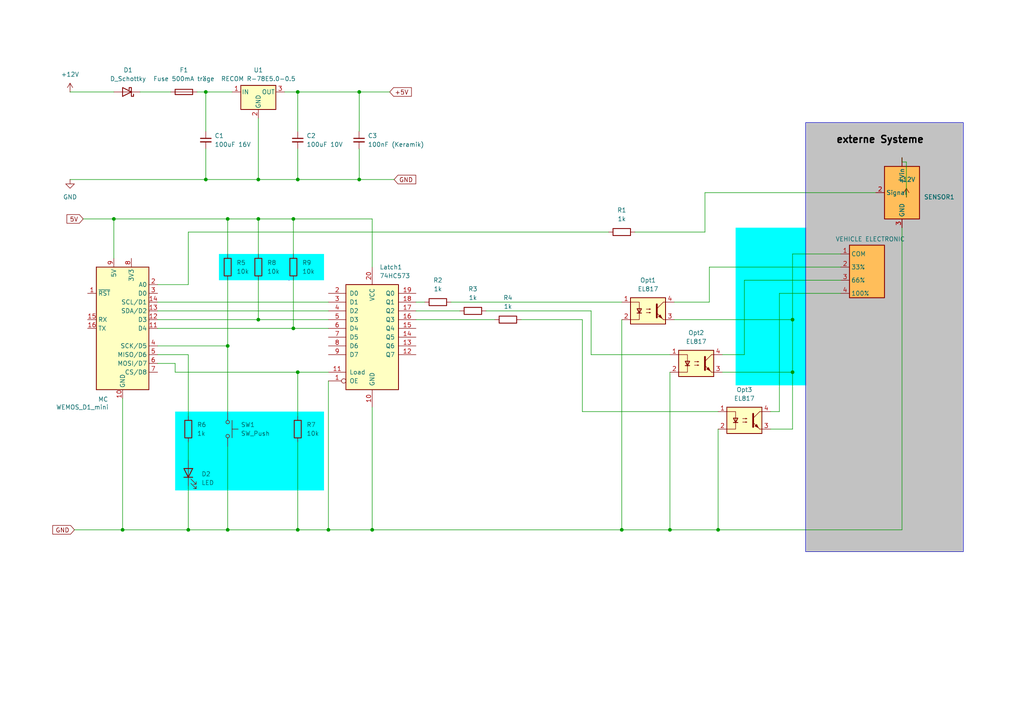
<source format=kicad_sch>
(kicad_sch
	(version 20250114)
	(generator "eeschema")
	(generator_version "9.0")
	(uuid "278c2947-fc47-4d9f-93d2-ae92a9364c42")
	(paper "A4")
	(title_block
		(title "Signalkonverter Supersense > CBE DS300")
		(date "2026-01-26")
		(rev "2")
		(comment 1 "cyan hinterlegte Felder sind Änderungen ggüb. V1")
	)
	(lib_symbols
		(symbol "74xx:74LS573"
			(pin_names
				(offset 1.016)
			)
			(exclude_from_sim no)
			(in_bom yes)
			(on_board yes)
			(property "Reference" "U"
				(at -7.62 16.51 0)
				(effects
					(font
						(size 1.27 1.27)
					)
				)
			)
			(property "Value" "74LS573"
				(at -7.62 -16.51 0)
				(effects
					(font
						(size 1.27 1.27)
					)
				)
			)
			(property "Footprint" ""
				(at 0 0 0)
				(effects
					(font
						(size 1.27 1.27)
					)
					(hide yes)
				)
			)
			(property "Datasheet" "74xx/74hc573.pdf"
				(at 0 0 0)
				(effects
					(font
						(size 1.27 1.27)
					)
					(hide yes)
				)
			)
			(property "Description" "8-bit Latch 3-state outputs"
				(at 0 0 0)
				(effects
					(font
						(size 1.27 1.27)
					)
					(hide yes)
				)
			)
			(property "ki_locked" ""
				(at 0 0 0)
				(effects
					(font
						(size 1.27 1.27)
					)
				)
			)
			(property "ki_keywords" "TTL DFF DFF8 LATCH 3State"
				(at 0 0 0)
				(effects
					(font
						(size 1.27 1.27)
					)
					(hide yes)
				)
			)
			(property "ki_fp_filters" "DIP?20*"
				(at 0 0 0)
				(effects
					(font
						(size 1.27 1.27)
					)
					(hide yes)
				)
			)
			(symbol "74LS573_1_0"
				(pin input line
					(at -12.7 12.7 0)
					(length 5.08)
					(name "D0"
						(effects
							(font
								(size 1.27 1.27)
							)
						)
					)
					(number "2"
						(effects
							(font
								(size 1.27 1.27)
							)
						)
					)
				)
				(pin input line
					(at -12.7 10.16 0)
					(length 5.08)
					(name "D1"
						(effects
							(font
								(size 1.27 1.27)
							)
						)
					)
					(number "3"
						(effects
							(font
								(size 1.27 1.27)
							)
						)
					)
				)
				(pin input line
					(at -12.7 7.62 0)
					(length 5.08)
					(name "D2"
						(effects
							(font
								(size 1.27 1.27)
							)
						)
					)
					(number "4"
						(effects
							(font
								(size 1.27 1.27)
							)
						)
					)
				)
				(pin input line
					(at -12.7 5.08 0)
					(length 5.08)
					(name "D3"
						(effects
							(font
								(size 1.27 1.27)
							)
						)
					)
					(number "5"
						(effects
							(font
								(size 1.27 1.27)
							)
						)
					)
				)
				(pin input line
					(at -12.7 2.54 0)
					(length 5.08)
					(name "D4"
						(effects
							(font
								(size 1.27 1.27)
							)
						)
					)
					(number "6"
						(effects
							(font
								(size 1.27 1.27)
							)
						)
					)
				)
				(pin input line
					(at -12.7 0 0)
					(length 5.08)
					(name "D5"
						(effects
							(font
								(size 1.27 1.27)
							)
						)
					)
					(number "7"
						(effects
							(font
								(size 1.27 1.27)
							)
						)
					)
				)
				(pin input line
					(at -12.7 -2.54 0)
					(length 5.08)
					(name "D6"
						(effects
							(font
								(size 1.27 1.27)
							)
						)
					)
					(number "8"
						(effects
							(font
								(size 1.27 1.27)
							)
						)
					)
				)
				(pin input line
					(at -12.7 -5.08 0)
					(length 5.08)
					(name "D7"
						(effects
							(font
								(size 1.27 1.27)
							)
						)
					)
					(number "9"
						(effects
							(font
								(size 1.27 1.27)
							)
						)
					)
				)
				(pin input line
					(at -12.7 -10.16 0)
					(length 5.08)
					(name "Load"
						(effects
							(font
								(size 1.27 1.27)
							)
						)
					)
					(number "11"
						(effects
							(font
								(size 1.27 1.27)
							)
						)
					)
				)
				(pin input inverted
					(at -12.7 -12.7 0)
					(length 5.08)
					(name "OE"
						(effects
							(font
								(size 1.27 1.27)
							)
						)
					)
					(number "1"
						(effects
							(font
								(size 1.27 1.27)
							)
						)
					)
				)
				(pin power_in line
					(at 0 20.32 270)
					(length 5.08)
					(name "VCC"
						(effects
							(font
								(size 1.27 1.27)
							)
						)
					)
					(number "20"
						(effects
							(font
								(size 1.27 1.27)
							)
						)
					)
				)
				(pin power_in line
					(at 0 -20.32 90)
					(length 5.08)
					(name "GND"
						(effects
							(font
								(size 1.27 1.27)
							)
						)
					)
					(number "10"
						(effects
							(font
								(size 1.27 1.27)
							)
						)
					)
				)
				(pin tri_state line
					(at 12.7 12.7 180)
					(length 5.08)
					(name "Q0"
						(effects
							(font
								(size 1.27 1.27)
							)
						)
					)
					(number "19"
						(effects
							(font
								(size 1.27 1.27)
							)
						)
					)
				)
				(pin tri_state line
					(at 12.7 10.16 180)
					(length 5.08)
					(name "Q1"
						(effects
							(font
								(size 1.27 1.27)
							)
						)
					)
					(number "18"
						(effects
							(font
								(size 1.27 1.27)
							)
						)
					)
				)
				(pin tri_state line
					(at 12.7 7.62 180)
					(length 5.08)
					(name "Q2"
						(effects
							(font
								(size 1.27 1.27)
							)
						)
					)
					(number "17"
						(effects
							(font
								(size 1.27 1.27)
							)
						)
					)
				)
				(pin tri_state line
					(at 12.7 5.08 180)
					(length 5.08)
					(name "Q3"
						(effects
							(font
								(size 1.27 1.27)
							)
						)
					)
					(number "16"
						(effects
							(font
								(size 1.27 1.27)
							)
						)
					)
				)
				(pin tri_state line
					(at 12.7 2.54 180)
					(length 5.08)
					(name "Q4"
						(effects
							(font
								(size 1.27 1.27)
							)
						)
					)
					(number "15"
						(effects
							(font
								(size 1.27 1.27)
							)
						)
					)
				)
				(pin tri_state line
					(at 12.7 0 180)
					(length 5.08)
					(name "Q5"
						(effects
							(font
								(size 1.27 1.27)
							)
						)
					)
					(number "14"
						(effects
							(font
								(size 1.27 1.27)
							)
						)
					)
				)
				(pin tri_state line
					(at 12.7 -2.54 180)
					(length 5.08)
					(name "Q6"
						(effects
							(font
								(size 1.27 1.27)
							)
						)
					)
					(number "13"
						(effects
							(font
								(size 1.27 1.27)
							)
						)
					)
				)
				(pin tri_state line
					(at 12.7 -5.08 180)
					(length 5.08)
					(name "Q7"
						(effects
							(font
								(size 1.27 1.27)
							)
						)
					)
					(number "12"
						(effects
							(font
								(size 1.27 1.27)
							)
						)
					)
				)
			)
			(symbol "74LS573_1_1"
				(rectangle
					(start -7.62 15.24)
					(end 7.62 -15.24)
					(stroke
						(width 0.254)
						(type default)
					)
					(fill
						(type background)
					)
				)
			)
			(embedded_fonts no)
		)
		(symbol "AM2302_1"
			(exclude_from_sim no)
			(in_bom yes)
			(on_board yes)
			(property "Reference" "VEHICLE ELECTRONIC"
				(at 9.144 11.938 0)
				(effects
					(font
						(size 1.27 1.27)
					)
					(justify right)
				)
			)
			(property "Value" "~"
				(at -6.35 -1.2699 0)
				(effects
					(font
						(size 1.27 1.27)
					)
					(justify right)
					(hide yes)
				)
			)
			(property "Footprint" "Sensor:ASAIR_AM2302_P2.54mm_Vertical"
				(at 0 -10.16 0)
				(effects
					(font
						(size 1.27 1.27)
					)
					(hide yes)
				)
			)
			(property "Datasheet" ""
				(at 3.81 6.35 0)
				(effects
					(font
						(size 1.27 1.27)
					)
					(hide yes)
				)
			)
			(property "Description" ""
				(at 0 0 0)
				(effects
					(font
						(size 1.27 1.27)
					)
					(hide yes)
				)
			)
			(property "ki_keywords" "digital sensor"
				(at 0 0 0)
				(effects
					(font
						(size 1.27 1.27)
					)
					(hide yes)
				)
			)
			(property "ki_fp_filters" "ASAIR*AM2302*P2.54mm*"
				(at 0 0 0)
				(effects
					(font
						(size 1.27 1.27)
					)
					(hide yes)
				)
			)
			(symbol "AM2302_1_0_1"
				(rectangle
					(start -5.08 10.16)
					(end 5.08 -5.08)
					(stroke
						(width 0.254)
						(type default)
					)
					(fill
						(type color)
						(color 255 190 90 1)
					)
				)
			)
			(symbol "AM2302_1_1_1"
				(pin passive line
					(at 0 -7.62 90)
					(length 2.54)
					(hide yes)
					(name "GND"
						(effects
							(font
								(size 1.27 1.27)
							)
						)
					)
					(number "4"
						(effects
							(font
								(size 1.27 1.27)
							)
						)
					)
				)
				(pin bidirectional line
					(at 7.62 7.62 180)
					(length 2.54)
					(name "COM"
						(effects
							(font
								(size 1.27 1.27)
							)
						)
					)
					(number "1"
						(effects
							(font
								(size 1.27 1.27)
							)
						)
					)
				)
				(pin bidirectional line
					(at 7.62 3.81 180)
					(length 2.54)
					(name "33%"
						(effects
							(font
								(size 1.27 1.27)
							)
						)
					)
					(number "2"
						(effects
							(font
								(size 1.27 1.27)
							)
						)
					)
				)
				(pin bidirectional line
					(at 7.62 0 180)
					(length 2.54)
					(name "66%"
						(effects
							(font
								(size 1.27 1.27)
							)
						)
					)
					(number "3"
						(effects
							(font
								(size 1.27 1.27)
							)
						)
					)
				)
				(pin bidirectional line
					(at 7.62 -3.81 180)
					(length 2.54)
					(name "100%"
						(effects
							(font
								(size 1.27 1.27)
							)
						)
					)
					(number "4"
						(effects
							(font
								(size 1.27 1.27)
							)
						)
					)
				)
			)
			(embedded_fonts no)
		)
		(symbol "Converter_DCDC:R-78E5.0-0.5"
			(pin_names
				(offset 0.254)
			)
			(exclude_from_sim no)
			(in_bom yes)
			(on_board yes)
			(property "Reference" "U"
				(at -3.81 3.175 0)
				(effects
					(font
						(size 1.27 1.27)
					)
				)
			)
			(property "Value" "R-78E5.0-0.5"
				(at 0 3.175 0)
				(effects
					(font
						(size 1.27 1.27)
					)
					(justify left)
				)
			)
			(property "Footprint" "Converter_DCDC:Converter_DCDC_RECOM_R-78E-0.5_THT"
				(at 1.27 -6.35 0)
				(effects
					(font
						(size 1.27 1.27)
						(italic yes)
					)
					(justify left)
					(hide yes)
				)
			)
			(property "Datasheet" "https://www.recom-power.com/pdf/Innoline/R-78Exx-0.5.pdf"
				(at 0 0 0)
				(effects
					(font
						(size 1.27 1.27)
					)
					(hide yes)
				)
			)
			(property "Description" "500mA Step-Down DC/DC-Regulator, 7-28V input, 5V fixed Output Voltage, LM78xx replacement, -40°C to +85°C, SIP3"
				(at 0 0 0)
				(effects
					(font
						(size 1.27 1.27)
					)
					(hide yes)
				)
			)
			(property "ki_keywords" "dc-dc recom Step-Down DC/DC-Regulator"
				(at 0 0 0)
				(effects
					(font
						(size 1.27 1.27)
					)
					(hide yes)
				)
			)
			(property "ki_fp_filters" "Converter*DCDC*RECOM*R*78E*0.5*"
				(at 0 0 0)
				(effects
					(font
						(size 1.27 1.27)
					)
					(hide yes)
				)
			)
			(symbol "R-78E5.0-0.5_0_1"
				(rectangle
					(start -5.08 1.905)
					(end 5.08 -5.08)
					(stroke
						(width 0.254)
						(type default)
					)
					(fill
						(type background)
					)
				)
			)
			(symbol "R-78E5.0-0.5_1_1"
				(pin power_in line
					(at -7.62 0 0)
					(length 2.54)
					(name "IN"
						(effects
							(font
								(size 1.27 1.27)
							)
						)
					)
					(number "1"
						(effects
							(font
								(size 1.27 1.27)
							)
						)
					)
				)
				(pin power_in line
					(at 0 -7.62 90)
					(length 2.54)
					(name "GND"
						(effects
							(font
								(size 1.27 1.27)
							)
						)
					)
					(number "2"
						(effects
							(font
								(size 1.27 1.27)
							)
						)
					)
				)
				(pin power_out line
					(at 7.62 0 180)
					(length 2.54)
					(name "OUT"
						(effects
							(font
								(size 1.27 1.27)
							)
						)
					)
					(number "3"
						(effects
							(font
								(size 1.27 1.27)
							)
						)
					)
				)
			)
			(embedded_fonts no)
		)
		(symbol "Device:C_Small"
			(pin_numbers
				(hide yes)
			)
			(pin_names
				(offset 0.254)
				(hide yes)
			)
			(exclude_from_sim no)
			(in_bom yes)
			(on_board yes)
			(property "Reference" "C"
				(at 0.254 1.778 0)
				(effects
					(font
						(size 1.27 1.27)
					)
					(justify left)
				)
			)
			(property "Value" "C_Small"
				(at 0.254 -2.032 0)
				(effects
					(font
						(size 1.27 1.27)
					)
					(justify left)
				)
			)
			(property "Footprint" ""
				(at 0 0 0)
				(effects
					(font
						(size 1.27 1.27)
					)
					(hide yes)
				)
			)
			(property "Datasheet" "~"
				(at 0 0 0)
				(effects
					(font
						(size 1.27 1.27)
					)
					(hide yes)
				)
			)
			(property "Description" "Unpolarized capacitor, small symbol"
				(at 0 0 0)
				(effects
					(font
						(size 1.27 1.27)
					)
					(hide yes)
				)
			)
			(property "ki_keywords" "capacitor cap"
				(at 0 0 0)
				(effects
					(font
						(size 1.27 1.27)
					)
					(hide yes)
				)
			)
			(property "ki_fp_filters" "C_*"
				(at 0 0 0)
				(effects
					(font
						(size 1.27 1.27)
					)
					(hide yes)
				)
			)
			(symbol "C_Small_0_1"
				(polyline
					(pts
						(xy -1.524 0.508) (xy 1.524 0.508)
					)
					(stroke
						(width 0.3048)
						(type default)
					)
					(fill
						(type none)
					)
				)
				(polyline
					(pts
						(xy -1.524 -0.508) (xy 1.524 -0.508)
					)
					(stroke
						(width 0.3302)
						(type default)
					)
					(fill
						(type none)
					)
				)
			)
			(symbol "C_Small_1_1"
				(pin passive line
					(at 0 2.54 270)
					(length 2.032)
					(name "~"
						(effects
							(font
								(size 1.27 1.27)
							)
						)
					)
					(number "1"
						(effects
							(font
								(size 1.27 1.27)
							)
						)
					)
				)
				(pin passive line
					(at 0 -2.54 90)
					(length 2.032)
					(name "~"
						(effects
							(font
								(size 1.27 1.27)
							)
						)
					)
					(number "2"
						(effects
							(font
								(size 1.27 1.27)
							)
						)
					)
				)
			)
			(embedded_fonts no)
		)
		(symbol "Device:D_Schottky"
			(pin_numbers
				(hide yes)
			)
			(pin_names
				(offset 1.016)
				(hide yes)
			)
			(exclude_from_sim no)
			(in_bom yes)
			(on_board yes)
			(property "Reference" "D"
				(at 0 2.54 0)
				(effects
					(font
						(size 1.27 1.27)
					)
				)
			)
			(property "Value" "D_Schottky"
				(at 0 -2.54 0)
				(effects
					(font
						(size 1.27 1.27)
					)
				)
			)
			(property "Footprint" ""
				(at 0 0 0)
				(effects
					(font
						(size 1.27 1.27)
					)
					(hide yes)
				)
			)
			(property "Datasheet" "~"
				(at 0 0 0)
				(effects
					(font
						(size 1.27 1.27)
					)
					(hide yes)
				)
			)
			(property "Description" "Schottky diode"
				(at 0 0 0)
				(effects
					(font
						(size 1.27 1.27)
					)
					(hide yes)
				)
			)
			(property "ki_keywords" "diode Schottky"
				(at 0 0 0)
				(effects
					(font
						(size 1.27 1.27)
					)
					(hide yes)
				)
			)
			(property "ki_fp_filters" "TO-???* *_Diode_* *SingleDiode* D_*"
				(at 0 0 0)
				(effects
					(font
						(size 1.27 1.27)
					)
					(hide yes)
				)
			)
			(symbol "D_Schottky_0_1"
				(polyline
					(pts
						(xy -1.905 0.635) (xy -1.905 1.27) (xy -1.27 1.27) (xy -1.27 -1.27) (xy -0.635 -1.27) (xy -0.635 -0.635)
					)
					(stroke
						(width 0.254)
						(type default)
					)
					(fill
						(type none)
					)
				)
				(polyline
					(pts
						(xy 1.27 1.27) (xy 1.27 -1.27) (xy -1.27 0) (xy 1.27 1.27)
					)
					(stroke
						(width 0.254)
						(type default)
					)
					(fill
						(type none)
					)
				)
				(polyline
					(pts
						(xy 1.27 0) (xy -1.27 0)
					)
					(stroke
						(width 0)
						(type default)
					)
					(fill
						(type none)
					)
				)
			)
			(symbol "D_Schottky_1_1"
				(pin passive line
					(at -3.81 0 0)
					(length 2.54)
					(name "K"
						(effects
							(font
								(size 1.27 1.27)
							)
						)
					)
					(number "1"
						(effects
							(font
								(size 1.27 1.27)
							)
						)
					)
				)
				(pin passive line
					(at 3.81 0 180)
					(length 2.54)
					(name "A"
						(effects
							(font
								(size 1.27 1.27)
							)
						)
					)
					(number "2"
						(effects
							(font
								(size 1.27 1.27)
							)
						)
					)
				)
			)
			(embedded_fonts no)
		)
		(symbol "Device:Fuse"
			(pin_numbers
				(hide yes)
			)
			(pin_names
				(offset 0)
			)
			(exclude_from_sim no)
			(in_bom yes)
			(on_board yes)
			(property "Reference" "F"
				(at 2.032 0 90)
				(effects
					(font
						(size 1.27 1.27)
					)
				)
			)
			(property "Value" "Fuse"
				(at -1.905 0 90)
				(effects
					(font
						(size 1.27 1.27)
					)
				)
			)
			(property "Footprint" ""
				(at -1.778 0 90)
				(effects
					(font
						(size 1.27 1.27)
					)
					(hide yes)
				)
			)
			(property "Datasheet" "~"
				(at 0 0 0)
				(effects
					(font
						(size 1.27 1.27)
					)
					(hide yes)
				)
			)
			(property "Description" "Fuse"
				(at 0 0 0)
				(effects
					(font
						(size 1.27 1.27)
					)
					(hide yes)
				)
			)
			(property "ki_keywords" "fuse"
				(at 0 0 0)
				(effects
					(font
						(size 1.27 1.27)
					)
					(hide yes)
				)
			)
			(property "ki_fp_filters" "*Fuse*"
				(at 0 0 0)
				(effects
					(font
						(size 1.27 1.27)
					)
					(hide yes)
				)
			)
			(symbol "Fuse_0_1"
				(rectangle
					(start -0.762 -2.54)
					(end 0.762 2.54)
					(stroke
						(width 0.254)
						(type default)
					)
					(fill
						(type none)
					)
				)
				(polyline
					(pts
						(xy 0 2.54) (xy 0 -2.54)
					)
					(stroke
						(width 0)
						(type default)
					)
					(fill
						(type none)
					)
				)
			)
			(symbol "Fuse_1_1"
				(pin passive line
					(at 0 3.81 270)
					(length 1.27)
					(name "~"
						(effects
							(font
								(size 1.27 1.27)
							)
						)
					)
					(number "1"
						(effects
							(font
								(size 1.27 1.27)
							)
						)
					)
				)
				(pin passive line
					(at 0 -3.81 90)
					(length 1.27)
					(name "~"
						(effects
							(font
								(size 1.27 1.27)
							)
						)
					)
					(number "2"
						(effects
							(font
								(size 1.27 1.27)
							)
						)
					)
				)
			)
			(embedded_fonts no)
		)
		(symbol "Device:LED"
			(pin_numbers
				(hide yes)
			)
			(pin_names
				(offset 1.016)
				(hide yes)
			)
			(exclude_from_sim no)
			(in_bom yes)
			(on_board yes)
			(property "Reference" "D"
				(at 0 2.54 0)
				(effects
					(font
						(size 1.27 1.27)
					)
				)
			)
			(property "Value" "LED"
				(at 0 -2.54 0)
				(effects
					(font
						(size 1.27 1.27)
					)
				)
			)
			(property "Footprint" ""
				(at 0 0 0)
				(effects
					(font
						(size 1.27 1.27)
					)
					(hide yes)
				)
			)
			(property "Datasheet" "~"
				(at 0 0 0)
				(effects
					(font
						(size 1.27 1.27)
					)
					(hide yes)
				)
			)
			(property "Description" "Light emitting diode"
				(at 0 0 0)
				(effects
					(font
						(size 1.27 1.27)
					)
					(hide yes)
				)
			)
			(property "Sim.Pins" "1=K 2=A"
				(at 0 0 0)
				(effects
					(font
						(size 1.27 1.27)
					)
					(hide yes)
				)
			)
			(property "ki_keywords" "LED diode"
				(at 0 0 0)
				(effects
					(font
						(size 1.27 1.27)
					)
					(hide yes)
				)
			)
			(property "ki_fp_filters" "LED* LED_SMD:* LED_THT:*"
				(at 0 0 0)
				(effects
					(font
						(size 1.27 1.27)
					)
					(hide yes)
				)
			)
			(symbol "LED_0_1"
				(polyline
					(pts
						(xy -3.048 -0.762) (xy -4.572 -2.286) (xy -3.81 -2.286) (xy -4.572 -2.286) (xy -4.572 -1.524)
					)
					(stroke
						(width 0)
						(type default)
					)
					(fill
						(type none)
					)
				)
				(polyline
					(pts
						(xy -1.778 -0.762) (xy -3.302 -2.286) (xy -2.54 -2.286) (xy -3.302 -2.286) (xy -3.302 -1.524)
					)
					(stroke
						(width 0)
						(type default)
					)
					(fill
						(type none)
					)
				)
				(polyline
					(pts
						(xy -1.27 0) (xy 1.27 0)
					)
					(stroke
						(width 0)
						(type default)
					)
					(fill
						(type none)
					)
				)
				(polyline
					(pts
						(xy -1.27 -1.27) (xy -1.27 1.27)
					)
					(stroke
						(width 0.254)
						(type default)
					)
					(fill
						(type none)
					)
				)
				(polyline
					(pts
						(xy 1.27 -1.27) (xy 1.27 1.27) (xy -1.27 0) (xy 1.27 -1.27)
					)
					(stroke
						(width 0.254)
						(type default)
					)
					(fill
						(type none)
					)
				)
			)
			(symbol "LED_1_1"
				(pin passive line
					(at -3.81 0 0)
					(length 2.54)
					(name "K"
						(effects
							(font
								(size 1.27 1.27)
							)
						)
					)
					(number "1"
						(effects
							(font
								(size 1.27 1.27)
							)
						)
					)
				)
				(pin passive line
					(at 3.81 0 180)
					(length 2.54)
					(name "A"
						(effects
							(font
								(size 1.27 1.27)
							)
						)
					)
					(number "2"
						(effects
							(font
								(size 1.27 1.27)
							)
						)
					)
				)
			)
			(embedded_fonts no)
		)
		(symbol "Device:R"
			(pin_numbers
				(hide yes)
			)
			(pin_names
				(offset 0)
			)
			(exclude_from_sim no)
			(in_bom yes)
			(on_board yes)
			(property "Reference" "R"
				(at 2.032 0 90)
				(effects
					(font
						(size 1.27 1.27)
					)
				)
			)
			(property "Value" "R"
				(at 0 0 90)
				(effects
					(font
						(size 1.27 1.27)
					)
				)
			)
			(property "Footprint" ""
				(at -1.778 0 90)
				(effects
					(font
						(size 1.27 1.27)
					)
					(hide yes)
				)
			)
			(property "Datasheet" "~"
				(at 0 0 0)
				(effects
					(font
						(size 1.27 1.27)
					)
					(hide yes)
				)
			)
			(property "Description" "Resistor"
				(at 0 0 0)
				(effects
					(font
						(size 1.27 1.27)
					)
					(hide yes)
				)
			)
			(property "ki_keywords" "R res resistor"
				(at 0 0 0)
				(effects
					(font
						(size 1.27 1.27)
					)
					(hide yes)
				)
			)
			(property "ki_fp_filters" "R_*"
				(at 0 0 0)
				(effects
					(font
						(size 1.27 1.27)
					)
					(hide yes)
				)
			)
			(symbol "R_0_1"
				(rectangle
					(start -1.016 -2.54)
					(end 1.016 2.54)
					(stroke
						(width 0.254)
						(type default)
					)
					(fill
						(type none)
					)
				)
			)
			(symbol "R_1_1"
				(pin passive line
					(at 0 3.81 270)
					(length 1.27)
					(name "~"
						(effects
							(font
								(size 1.27 1.27)
							)
						)
					)
					(number "1"
						(effects
							(font
								(size 1.27 1.27)
							)
						)
					)
				)
				(pin passive line
					(at 0 -3.81 90)
					(length 1.27)
					(name "~"
						(effects
							(font
								(size 1.27 1.27)
							)
						)
					)
					(number "2"
						(effects
							(font
								(size 1.27 1.27)
							)
						)
					)
				)
			)
			(embedded_fonts no)
		)
		(symbol "Isolator:EL817"
			(pin_names
				(offset 1.016)
			)
			(exclude_from_sim no)
			(in_bom yes)
			(on_board yes)
			(property "Reference" "U"
				(at -5.08 5.08 0)
				(effects
					(font
						(size 1.27 1.27)
					)
					(justify left)
				)
			)
			(property "Value" "EL817"
				(at 0 5.08 0)
				(effects
					(font
						(size 1.27 1.27)
					)
					(justify left)
				)
			)
			(property "Footprint" "Package_DIP:DIP-4_W7.62mm"
				(at -5.08 -5.08 0)
				(effects
					(font
						(size 1.27 1.27)
						(italic yes)
					)
					(justify left)
					(hide yes)
				)
			)
			(property "Datasheet" "http://www.everlight.com/file/ProductFile/EL817.pdf"
				(at 0 0 0)
				(effects
					(font
						(size 1.27 1.27)
					)
					(justify left)
					(hide yes)
				)
			)
			(property "Description" "DC Optocoupler, Vce 35V, DIP-4"
				(at 0 0 0)
				(effects
					(font
						(size 1.27 1.27)
					)
					(hide yes)
				)
			)
			(property "ki_keywords" "NPN DC Optocoupler"
				(at 0 0 0)
				(effects
					(font
						(size 1.27 1.27)
					)
					(hide yes)
				)
			)
			(property "ki_fp_filters" "DIP*W7.62mm*"
				(at 0 0 0)
				(effects
					(font
						(size 1.27 1.27)
					)
					(hide yes)
				)
			)
			(symbol "EL817_0_1"
				(rectangle
					(start -5.08 3.81)
					(end 5.08 -3.81)
					(stroke
						(width 0.254)
						(type default)
					)
					(fill
						(type background)
					)
				)
				(polyline
					(pts
						(xy -5.08 2.54) (xy -2.54 2.54) (xy -2.54 -0.635)
					)
					(stroke
						(width 0)
						(type default)
					)
					(fill
						(type none)
					)
				)
				(polyline
					(pts
						(xy -3.175 -0.635) (xy -1.905 -0.635)
					)
					(stroke
						(width 0.254)
						(type default)
					)
					(fill
						(type none)
					)
				)
				(polyline
					(pts
						(xy -2.54 -0.635) (xy -2.54 -2.54) (xy -5.08 -2.54)
					)
					(stroke
						(width 0)
						(type default)
					)
					(fill
						(type none)
					)
				)
				(polyline
					(pts
						(xy -2.54 -0.635) (xy -3.175 0.635) (xy -1.905 0.635) (xy -2.54 -0.635)
					)
					(stroke
						(width 0.254)
						(type default)
					)
					(fill
						(type none)
					)
				)
				(polyline
					(pts
						(xy -0.508 0.508) (xy 0.762 0.508) (xy 0.381 0.381) (xy 0.381 0.635) (xy 0.762 0.508)
					)
					(stroke
						(width 0)
						(type default)
					)
					(fill
						(type none)
					)
				)
				(polyline
					(pts
						(xy -0.508 -0.508) (xy 0.762 -0.508) (xy 0.381 -0.635) (xy 0.381 -0.381) (xy 0.762 -0.508)
					)
					(stroke
						(width 0)
						(type default)
					)
					(fill
						(type none)
					)
				)
				(polyline
					(pts
						(xy 2.54 1.905) (xy 2.54 -1.905)
					)
					(stroke
						(width 0.508)
						(type default)
					)
					(fill
						(type none)
					)
				)
				(polyline
					(pts
						(xy 2.54 0.635) (xy 4.445 2.54)
					)
					(stroke
						(width 0)
						(type default)
					)
					(fill
						(type none)
					)
				)
				(polyline
					(pts
						(xy 3.048 -1.651) (xy 3.556 -1.143) (xy 4.064 -2.159) (xy 3.048 -1.651)
					)
					(stroke
						(width 0)
						(type default)
					)
					(fill
						(type outline)
					)
				)
				(polyline
					(pts
						(xy 4.445 2.54) (xy 5.08 2.54)
					)
					(stroke
						(width 0)
						(type default)
					)
					(fill
						(type none)
					)
				)
				(polyline
					(pts
						(xy 4.445 -2.54) (xy 2.54 -0.635)
					)
					(stroke
						(width 0)
						(type default)
					)
					(fill
						(type outline)
					)
				)
				(polyline
					(pts
						(xy 4.445 -2.54) (xy 5.08 -2.54)
					)
					(stroke
						(width 0)
						(type default)
					)
					(fill
						(type none)
					)
				)
			)
			(symbol "EL817_1_1"
				(pin passive line
					(at -7.62 2.54 0)
					(length 2.54)
					(name "~"
						(effects
							(font
								(size 1.27 1.27)
							)
						)
					)
					(number "1"
						(effects
							(font
								(size 1.27 1.27)
							)
						)
					)
				)
				(pin passive line
					(at -7.62 -2.54 0)
					(length 2.54)
					(name "~"
						(effects
							(font
								(size 1.27 1.27)
							)
						)
					)
					(number "2"
						(effects
							(font
								(size 1.27 1.27)
							)
						)
					)
				)
				(pin passive line
					(at 7.62 2.54 180)
					(length 2.54)
					(name "~"
						(effects
							(font
								(size 1.27 1.27)
							)
						)
					)
					(number "4"
						(effects
							(font
								(size 1.27 1.27)
							)
						)
					)
				)
				(pin passive line
					(at 7.62 -2.54 180)
					(length 2.54)
					(name "~"
						(effects
							(font
								(size 1.27 1.27)
							)
						)
					)
					(number "3"
						(effects
							(font
								(size 1.27 1.27)
							)
						)
					)
				)
			)
			(embedded_fonts no)
		)
		(symbol "RF_Module:WEMOS_D1_mini"
			(exclude_from_sim no)
			(in_bom yes)
			(on_board yes)
			(property "Reference" "MC"
				(at -7.112 -20.574 0)
				(effects
					(font
						(size 1.27 1.27)
					)
					(justify left)
				)
			)
			(property "Value" "WEMOS_D1_mini"
				(at -19.304 -22.86 0)
				(effects
					(font
						(size 1.27 1.27)
					)
					(justify left)
				)
			)
			(property "Footprint" "RF_Module:WEMOS_D1_mini_light"
				(at 0 -29.21 0)
				(effects
					(font
						(size 1.27 1.27)
					)
					(hide yes)
				)
			)
			(property "Datasheet" "https://wiki.wemos.cc/products:d1:d1_mini#documentation"
				(at -46.99 -29.21 0)
				(effects
					(font
						(size 1.27 1.27)
					)
					(hide yes)
				)
			)
			(property "Description" "32-bit microcontroller module with WiFi"
				(at 0 0 0)
				(effects
					(font
						(size 1.27 1.27)
					)
					(hide yes)
				)
			)
			(property "ki_keywords" "ESP8266 WiFi microcontroller ESP8266EX"
				(at 0 0 0)
				(effects
					(font
						(size 1.27 1.27)
					)
					(hide yes)
				)
			)
			(property "ki_fp_filters" "WEMOS*D1*mini*"
				(at 0 0 0)
				(effects
					(font
						(size 1.27 1.27)
					)
					(hide yes)
				)
			)
			(symbol "WEMOS_D1_mini_1_1"
				(rectangle
					(start -7.62 17.78)
					(end 7.62 -17.78)
					(stroke
						(width 0.254)
						(type default)
					)
					(fill
						(type background)
					)
				)
				(pin input line
					(at -10.16 10.16 0)
					(length 2.54)
					(name "~{RST}"
						(effects
							(font
								(size 1.27 1.27)
							)
						)
					)
					(number "1"
						(effects
							(font
								(size 1.27 1.27)
							)
						)
					)
				)
				(pin input line
					(at -10.16 2.54 0)
					(length 2.54)
					(name "RX"
						(effects
							(font
								(size 1.27 1.27)
							)
						)
					)
					(number "15"
						(effects
							(font
								(size 1.27 1.27)
							)
						)
					)
				)
				(pin output line
					(at -10.16 0 0)
					(length 2.54)
					(name "TX"
						(effects
							(font
								(size 1.27 1.27)
							)
						)
					)
					(number "16"
						(effects
							(font
								(size 1.27 1.27)
							)
						)
					)
				)
				(pin power_in line
					(at -2.54 20.32 270)
					(length 2.54)
					(name "5V"
						(effects
							(font
								(size 1.27 1.27)
							)
						)
					)
					(number "9"
						(effects
							(font
								(size 1.27 1.27)
							)
						)
					)
				)
				(pin power_in line
					(at 0 -20.32 90)
					(length 2.54)
					(name "GND"
						(effects
							(font
								(size 1.27 1.27)
							)
						)
					)
					(number "10"
						(effects
							(font
								(size 1.27 1.27)
							)
						)
					)
				)
				(pin power_out line
					(at 2.54 20.32 270)
					(length 2.54)
					(name "3V3"
						(effects
							(font
								(size 1.27 1.27)
							)
						)
					)
					(number "8"
						(effects
							(font
								(size 1.27 1.27)
							)
						)
					)
				)
				(pin input line
					(at 10.16 12.7 180)
					(length 2.54)
					(name "A0"
						(effects
							(font
								(size 1.27 1.27)
							)
						)
					)
					(number "2"
						(effects
							(font
								(size 1.27 1.27)
							)
						)
					)
				)
				(pin bidirectional line
					(at 10.16 10.16 180)
					(length 2.54)
					(name "D0"
						(effects
							(font
								(size 1.27 1.27)
							)
						)
					)
					(number "3"
						(effects
							(font
								(size 1.27 1.27)
							)
						)
					)
				)
				(pin bidirectional line
					(at 10.16 7.62 180)
					(length 2.54)
					(name "SCL/D1"
						(effects
							(font
								(size 1.27 1.27)
							)
						)
					)
					(number "14"
						(effects
							(font
								(size 1.27 1.27)
							)
						)
					)
				)
				(pin bidirectional line
					(at 10.16 5.08 180)
					(length 2.54)
					(name "SDA/D2"
						(effects
							(font
								(size 1.27 1.27)
							)
						)
					)
					(number "13"
						(effects
							(font
								(size 1.27 1.27)
							)
						)
					)
				)
				(pin bidirectional line
					(at 10.16 2.54 180)
					(length 2.54)
					(name "D3"
						(effects
							(font
								(size 1.27 1.27)
							)
						)
					)
					(number "12"
						(effects
							(font
								(size 1.27 1.27)
							)
						)
					)
				)
				(pin bidirectional line
					(at 10.16 0 180)
					(length 2.54)
					(name "D4"
						(effects
							(font
								(size 1.27 1.27)
							)
						)
					)
					(number "11"
						(effects
							(font
								(size 1.27 1.27)
							)
						)
					)
				)
				(pin bidirectional line
					(at 10.16 -5.08 180)
					(length 2.54)
					(name "SCK/D5"
						(effects
							(font
								(size 1.27 1.27)
							)
						)
					)
					(number "4"
						(effects
							(font
								(size 1.27 1.27)
							)
						)
					)
				)
				(pin bidirectional line
					(at 10.16 -7.62 180)
					(length 2.54)
					(name "MISO/D6"
						(effects
							(font
								(size 1.27 1.27)
							)
						)
					)
					(number "5"
						(effects
							(font
								(size 1.27 1.27)
							)
						)
					)
				)
				(pin bidirectional line
					(at 10.16 -10.16 180)
					(length 2.54)
					(name "MOSI/D7"
						(effects
							(font
								(size 1.27 1.27)
							)
						)
					)
					(number "6"
						(effects
							(font
								(size 1.27 1.27)
							)
						)
					)
				)
				(pin bidirectional line
					(at 10.16 -12.7 180)
					(length 2.54)
					(name "CS/D8"
						(effects
							(font
								(size 1.27 1.27)
							)
						)
					)
					(number "7"
						(effects
							(font
								(size 1.27 1.27)
							)
						)
					)
				)
			)
			(embedded_fonts no)
		)
		(symbol "Sensor:AM2302"
			(exclude_from_sim no)
			(in_bom yes)
			(on_board yes)
			(property "Reference" "SENSOR1"
				(at -6.35 1.2701 0)
				(effects
					(font
						(size 1.27 1.27)
					)
					(justify right)
				)
			)
			(property "Value" "~"
				(at -6.35 -1.2699 0)
				(effects
					(font
						(size 1.27 1.27)
					)
					(justify right)
					(hide yes)
				)
			)
			(property "Footprint" "Sensor:ASAIR_AM2302_P2.54mm_Vertical"
				(at 0 -10.16 0)
				(effects
					(font
						(size 1.27 1.27)
					)
					(hide yes)
				)
			)
			(property "Datasheet" ""
				(at 3.81 6.35 0)
				(effects
					(font
						(size 1.27 1.27)
					)
					(hide yes)
				)
			)
			(property "Description" ""
				(at 0 0 0)
				(effects
					(font
						(size 1.27 1.27)
					)
					(hide yes)
				)
			)
			(property "ki_keywords" "digital sensor"
				(at 0 0 0)
				(effects
					(font
						(size 1.27 1.27)
					)
					(hide yes)
				)
			)
			(property "ki_fp_filters" "ASAIR*AM2302*P2.54mm*"
				(at 0 0 0)
				(effects
					(font
						(size 1.27 1.27)
					)
					(hide yes)
				)
			)
			(symbol "AM2302_0_1"
				(rectangle
					(start -5.08 10.16)
					(end 5.08 -5.08)
					(stroke
						(width 0.254)
						(type default)
					)
					(fill
						(type color)
						(color 255 190 90 1)
					)
				)
			)
			(symbol "AM2302_1_1"
				(pin power_in line
					(at 0 12.7 270)
					(length 2.54)
					(name "+Vin"
						(effects
							(font
								(size 1.27 1.27)
							)
						)
					)
					(number ""
						(effects
							(font
								(size 1.27 1.27)
							)
						)
					)
				)
				(pin power_in line
					(at 0 -7.62 90)
					(length 2.54)
					(name "GND"
						(effects
							(font
								(size 1.27 1.27)
							)
						)
					)
					(number "3"
						(effects
							(font
								(size 1.27 1.27)
							)
						)
					)
				)
				(pin passive line
					(at 0 -7.62 90)
					(length 2.54)
					(hide yes)
					(name "GND"
						(effects
							(font
								(size 1.27 1.27)
							)
						)
					)
					(number "4"
						(effects
							(font
								(size 1.27 1.27)
							)
						)
					)
				)
				(pin output line
					(at 7.62 2.54 180)
					(length 2.54)
					(name "Signal"
						(effects
							(font
								(size 1.27 1.27)
							)
						)
					)
					(number "2"
						(effects
							(font
								(size 1.27 1.27)
							)
						)
					)
				)
			)
			(embedded_fonts no)
		)
		(symbol "Switch:SW_Push"
			(pin_numbers
				(hide yes)
			)
			(pin_names
				(offset 1.016)
				(hide yes)
			)
			(exclude_from_sim no)
			(in_bom yes)
			(on_board yes)
			(property "Reference" "SW"
				(at 1.27 2.54 0)
				(effects
					(font
						(size 1.27 1.27)
					)
					(justify left)
				)
			)
			(property "Value" "SW_Push"
				(at 0 -1.524 0)
				(effects
					(font
						(size 1.27 1.27)
					)
				)
			)
			(property "Footprint" ""
				(at 0 5.08 0)
				(effects
					(font
						(size 1.27 1.27)
					)
					(hide yes)
				)
			)
			(property "Datasheet" "~"
				(at 0 5.08 0)
				(effects
					(font
						(size 1.27 1.27)
					)
					(hide yes)
				)
			)
			(property "Description" "Push button switch, generic, two pins"
				(at 0 0 0)
				(effects
					(font
						(size 1.27 1.27)
					)
					(hide yes)
				)
			)
			(property "ki_keywords" "switch normally-open pushbutton push-button"
				(at 0 0 0)
				(effects
					(font
						(size 1.27 1.27)
					)
					(hide yes)
				)
			)
			(symbol "SW_Push_0_1"
				(circle
					(center -2.032 0)
					(radius 0.508)
					(stroke
						(width 0)
						(type default)
					)
					(fill
						(type none)
					)
				)
				(polyline
					(pts
						(xy 0 1.27) (xy 0 3.048)
					)
					(stroke
						(width 0)
						(type default)
					)
					(fill
						(type none)
					)
				)
				(circle
					(center 2.032 0)
					(radius 0.508)
					(stroke
						(width 0)
						(type default)
					)
					(fill
						(type none)
					)
				)
				(polyline
					(pts
						(xy 2.54 1.27) (xy -2.54 1.27)
					)
					(stroke
						(width 0)
						(type default)
					)
					(fill
						(type none)
					)
				)
				(pin passive line
					(at -5.08 0 0)
					(length 2.54)
					(name "1"
						(effects
							(font
								(size 1.27 1.27)
							)
						)
					)
					(number "1"
						(effects
							(font
								(size 1.27 1.27)
							)
						)
					)
				)
				(pin passive line
					(at 5.08 0 180)
					(length 2.54)
					(name "2"
						(effects
							(font
								(size 1.27 1.27)
							)
						)
					)
					(number "2"
						(effects
							(font
								(size 1.27 1.27)
							)
						)
					)
				)
			)
			(embedded_fonts no)
		)
		(symbol "power:+12V"
			(power)
			(pin_numbers
				(hide yes)
			)
			(pin_names
				(offset 0)
				(hide yes)
			)
			(exclude_from_sim no)
			(in_bom yes)
			(on_board yes)
			(property "Reference" "#PWR"
				(at 0 -3.81 0)
				(effects
					(font
						(size 1.27 1.27)
					)
					(hide yes)
				)
			)
			(property "Value" "+12V"
				(at 0 3.556 0)
				(effects
					(font
						(size 1.27 1.27)
					)
				)
			)
			(property "Footprint" ""
				(at 0 0 0)
				(effects
					(font
						(size 1.27 1.27)
					)
					(hide yes)
				)
			)
			(property "Datasheet" ""
				(at 0 0 0)
				(effects
					(font
						(size 1.27 1.27)
					)
					(hide yes)
				)
			)
			(property "Description" "Power symbol creates a global label with name \"+12V\""
				(at 0 0 0)
				(effects
					(font
						(size 1.27 1.27)
					)
					(hide yes)
				)
			)
			(property "ki_keywords" "global power"
				(at 0 0 0)
				(effects
					(font
						(size 1.27 1.27)
					)
					(hide yes)
				)
			)
			(symbol "+12V_0_1"
				(polyline
					(pts
						(xy -0.762 1.27) (xy 0 2.54)
					)
					(stroke
						(width 0)
						(type default)
					)
					(fill
						(type none)
					)
				)
				(polyline
					(pts
						(xy 0 2.54) (xy 0.762 1.27)
					)
					(stroke
						(width 0)
						(type default)
					)
					(fill
						(type none)
					)
				)
				(polyline
					(pts
						(xy 0 0) (xy 0 2.54)
					)
					(stroke
						(width 0)
						(type default)
					)
					(fill
						(type none)
					)
				)
			)
			(symbol "+12V_1_1"
				(pin power_in line
					(at 0 0 90)
					(length 0)
					(name "~"
						(effects
							(font
								(size 1.27 1.27)
							)
						)
					)
					(number "1"
						(effects
							(font
								(size 1.27 1.27)
							)
						)
					)
				)
			)
			(embedded_fonts no)
		)
		(symbol "power:GND"
			(power)
			(pin_numbers
				(hide yes)
			)
			(pin_names
				(offset 0)
				(hide yes)
			)
			(exclude_from_sim no)
			(in_bom yes)
			(on_board yes)
			(property "Reference" "#PWR"
				(at 0 -6.35 0)
				(effects
					(font
						(size 1.27 1.27)
					)
					(hide yes)
				)
			)
			(property "Value" "GND"
				(at 0 -3.81 0)
				(effects
					(font
						(size 1.27 1.27)
					)
				)
			)
			(property "Footprint" ""
				(at 0 0 0)
				(effects
					(font
						(size 1.27 1.27)
					)
					(hide yes)
				)
			)
			(property "Datasheet" ""
				(at 0 0 0)
				(effects
					(font
						(size 1.27 1.27)
					)
					(hide yes)
				)
			)
			(property "Description" "Power symbol creates a global label with name \"GND\" , ground"
				(at 0 0 0)
				(effects
					(font
						(size 1.27 1.27)
					)
					(hide yes)
				)
			)
			(property "ki_keywords" "global power"
				(at 0 0 0)
				(effects
					(font
						(size 1.27 1.27)
					)
					(hide yes)
				)
			)
			(symbol "GND_0_1"
				(polyline
					(pts
						(xy 0 0) (xy 0 -1.27) (xy 1.27 -1.27) (xy 0 -2.54) (xy -1.27 -1.27) (xy 0 -1.27)
					)
					(stroke
						(width 0)
						(type default)
					)
					(fill
						(type none)
					)
				)
			)
			(symbol "GND_1_1"
				(pin power_in line
					(at 0 0 270)
					(length 0)
					(name "~"
						(effects
							(font
								(size 1.27 1.27)
							)
						)
					)
					(number "1"
						(effects
							(font
								(size 1.27 1.27)
							)
						)
					)
				)
			)
			(embedded_fonts no)
		)
	)
	(rectangle
		(start 233.68 35.56)
		(end 279.4 160.02)
		(stroke
			(width 0)
			(type solid)
		)
		(fill
			(type color)
			(color 194 194 194 1)
		)
		(uuid 01a2dd4b-20c7-4c2d-ba9a-1557df55be5c)
	)
	(rectangle
		(start 50.8 119.38)
		(end 93.98 142.24)
		(stroke
			(width -0.0001)
			(type solid)
		)
		(fill
			(type color)
			(color 0 255 255 1)
		)
		(uuid 35faacb0-6d30-4bcf-ac04-31b518e2baf3)
	)
	(rectangle
		(start 213.36 66.04)
		(end 259.08 111.76)
		(stroke
			(width -0.0001)
			(type solid)
		)
		(fill
			(type color)
			(color 0 255 255 1)
		)
		(uuid 695cba1e-5379-4244-ba9b-d96c088bb0d6)
	)
	(rectangle
		(start 83.82 81.28)
		(end 83.82 81.28)
		(stroke
			(width 0)
			(type default)
		)
		(fill
			(type none)
		)
		(uuid 9b6822c0-ce99-4ad1-a57e-2fda70ea4342)
	)
	(rectangle
		(start 63.5 73.66)
		(end 93.98 81.28)
		(stroke
			(width -0.0001)
			(type solid)
		)
		(fill
			(type color)
			(color 0 255 255 1)
		)
		(uuid b483acc6-a683-4440-b655-5077a13fc2c1)
	)
	(rectangle
		(start 83.82 81.28)
		(end 83.82 81.28)
		(stroke
			(width 0)
			(type default)
		)
		(fill
			(type none)
		)
		(uuid cc7ffb4b-e604-4e05-9dc1-1112bc75a960)
	)
	(text "externe Systeme"
		(exclude_from_sim no)
		(at 255.27 40.64 0)
		(effects
			(font
				(size 2.032 2.032)
				(thickness 0.4064)
				(bold yes)
				(color 0 0 0 1)
			)
		)
		(uuid "be15e2c7-00aa-4c40-8b19-66f1fd1e5789")
	)
	(junction
		(at 104.1932 52.07)
		(diameter 0)
		(color 0 0 0 0)
		(uuid "02669bc2-ae63-4c67-95e1-02d12185d5b4")
	)
	(junction
		(at 86.36 52.07)
		(diameter 0)
		(color 0 0 0 0)
		(uuid "061df5d1-b677-4003-9ff0-37d65cbb9336")
	)
	(junction
		(at 86.36 26.67)
		(diameter 0)
		(color 0 0 0 0)
		(uuid "184266ef-c509-466a-bb67-0e96b285014e")
	)
	(junction
		(at 95.25 153.67)
		(diameter 0)
		(color 0 0 0 0)
		(uuid "193a1d3c-bb31-4a13-a070-5e50212bd5aa")
	)
	(junction
		(at 229.87 107.95)
		(diameter 0)
		(color 0 0 0 0)
		(uuid "19c62e42-14ab-4002-b978-8119a4ab8f20")
	)
	(junction
		(at 66.04 63.5)
		(diameter 0)
		(color 0 0 0 0)
		(uuid "28821c38-4723-44d7-80ad-7bae45f0a871")
	)
	(junction
		(at 85.09 63.5)
		(diameter 0)
		(color 0 0 0 0)
		(uuid "300303bb-d622-4873-af6a-b6b783f7f173")
	)
	(junction
		(at 66.04 100.33)
		(diameter 0)
		(color 0 0 0 0)
		(uuid "3498bf3a-6672-4792-b2da-2ad2441715ab")
	)
	(junction
		(at 180.34 153.67)
		(diameter 0)
		(color 0 0 0 0)
		(uuid "3df0d1a7-f9da-4cb2-8296-a7ad438a679f")
	)
	(junction
		(at 54.61 153.67)
		(diameter 0)
		(color 0 0 0 0)
		(uuid "42258bf8-c3b7-421e-8506-56570d8450b3")
	)
	(junction
		(at 107.95 153.67)
		(diameter 0)
		(color 0 0 0 0)
		(uuid "491c3c5d-7cc7-4094-a34b-96d5e42c7d61")
	)
	(junction
		(at 59.69 26.67)
		(diameter 0)
		(color 0 0 0 0)
		(uuid "4bcc7cbf-6c9a-401f-8640-7fc8e60375c1")
	)
	(junction
		(at 66.04 153.67)
		(diameter 0)
		(color 0 0 0 0)
		(uuid "53144cc9-17bd-45bd-8aa8-00e71e0301d2")
	)
	(junction
		(at 33.02 63.5)
		(diameter 0)
		(color 0 0 0 0)
		(uuid "5d11aa40-71a9-456b-bf62-ad6b9c21ce83")
	)
	(junction
		(at 35.56 153.67)
		(diameter 0)
		(color 0 0 0 0)
		(uuid "76fa3bbd-2567-4231-852c-dffed1296ffa")
	)
	(junction
		(at 85.09 95.25)
		(diameter 0)
		(color 0 0 0 0)
		(uuid "8a084d20-b51e-4970-9254-25f8ad246371")
	)
	(junction
		(at 86.36 107.95)
		(diameter 0)
		(color 0 0 0 0)
		(uuid "96930134-b1a5-4ee9-a4dc-66a09bcc5454")
	)
	(junction
		(at 86.36 153.67)
		(diameter 0)
		(color 0 0 0 0)
		(uuid "ab43ccb0-a101-4190-afdb-5fb8997af20c")
	)
	(junction
		(at 59.69 52.07)
		(diameter 0)
		(color 0 0 0 0)
		(uuid "ab4e93f6-95af-4c5e-8e04-5df6df366ac3")
	)
	(junction
		(at 104.1932 26.67)
		(diameter 0)
		(color 0 0 0 0)
		(uuid "b8005fc7-f638-46b5-8fca-1c9384e0ca92")
	)
	(junction
		(at 74.93 52.07)
		(diameter 0)
		(color 0 0 0 0)
		(uuid "b90885bf-ccf0-46e4-adb0-f012b575069f")
	)
	(junction
		(at 74.93 92.71)
		(diameter 0)
		(color 0 0 0 0)
		(uuid "c4e7b28a-ed82-47ae-8a1d-00914da5b959")
	)
	(junction
		(at 194.31 153.67)
		(diameter 0)
		(color 0 0 0 0)
		(uuid "cc5c0b61-9fea-4a3e-a9d2-628331678d03")
	)
	(junction
		(at 208.28 153.67)
		(diameter 0)
		(color 0 0 0 0)
		(uuid "d5f66e64-37e2-49ed-af8b-4d7f864c07f5")
	)
	(junction
		(at 74.93 63.5)
		(diameter 0)
		(color 0 0 0 0)
		(uuid "dcbf3faf-2f62-41c7-aecb-12d99f09878c")
	)
	(junction
		(at 229.87 92.71)
		(diameter 0)
		(color 0 0 0 0)
		(uuid "e13ed2ed-dbc5-41ae-8050-88f2ef2bff39")
	)
	(wire
		(pts
			(xy 243.84 73.66) (xy 229.87 73.66)
		)
		(stroke
			(width 0)
			(type default)
		)
		(uuid "006ab3f9-ef66-408e-aa4f-956b9f335d77")
	)
	(wire
		(pts
			(xy 229.87 73.66) (xy 229.87 92.71)
		)
		(stroke
			(width 0)
			(type default)
		)
		(uuid "010dd441-be01-4571-bc1c-7424bf3b82b3")
	)
	(wire
		(pts
			(xy 54.61 102.87) (xy 54.61 120.65)
		)
		(stroke
			(width 0)
			(type default)
		)
		(uuid "042b366f-d6d7-40d8-bee9-b9bc5fd0e724")
	)
	(wire
		(pts
			(xy 120.65 90.17) (xy 133.35 90.17)
		)
		(stroke
			(width 0)
			(type default)
		)
		(uuid "04695f5b-e85e-410f-bda0-b15236a242d5")
	)
	(wire
		(pts
			(xy 86.36 26.67) (xy 82.55 26.67)
		)
		(stroke
			(width 0)
			(type default)
		)
		(uuid "07d0118d-4b12-4f9a-bc8f-d3c459f32762")
	)
	(wire
		(pts
			(xy 85.09 63.5) (xy 85.09 73.66)
		)
		(stroke
			(width 0)
			(type default)
		)
		(uuid "0a0ebbdd-6ee9-4b72-87ab-17c1e264d7bc")
	)
	(wire
		(pts
			(xy 20.32 52.07) (xy 59.69 52.07)
		)
		(stroke
			(width 0)
			(type default)
		)
		(uuid "0c1fb495-85bd-4f99-b1e9-6222ca46a01f")
	)
	(wire
		(pts
			(xy 205.74 87.63) (xy 195.58 87.63)
		)
		(stroke
			(width 0)
			(type default)
		)
		(uuid "0ee784dd-5f1b-49e3-b656-9c46d1a61c43")
	)
	(wire
		(pts
			(xy 120.65 92.71) (xy 143.51 92.71)
		)
		(stroke
			(width 0)
			(type default)
		)
		(uuid "0f87f6b0-2cf1-4e64-9344-5598bd866965")
	)
	(wire
		(pts
			(xy 261.62 153.67) (xy 261.62 66.04)
		)
		(stroke
			(width 0)
			(type default)
		)
		(uuid "0fe762f8-ea3e-40c4-acd5-234fefc7f1ee")
	)
	(wire
		(pts
			(xy 45.72 92.71) (xy 74.93 92.71)
		)
		(stroke
			(width 0)
			(type default)
		)
		(uuid "16725c96-5b09-4fc6-85f1-388251a2a130")
	)
	(wire
		(pts
			(xy 104.1932 26.67) (xy 104.1932 38.1)
		)
		(stroke
			(width 0)
			(type default)
		)
		(uuid "1a387d07-9424-4f2c-990b-3c8c881cbc8d")
	)
	(wire
		(pts
			(xy 86.36 128.27) (xy 86.36 153.67)
		)
		(stroke
			(width 0)
			(type default)
		)
		(uuid "1c41cc44-8938-4a68-b1c4-318e565e7d6c")
	)
	(wire
		(pts
			(xy 59.69 52.07) (xy 74.93 52.07)
		)
		(stroke
			(width 0)
			(type default)
		)
		(uuid "1c8b1605-493f-49ce-b7ca-918cbfc92b38")
	)
	(wire
		(pts
			(xy 86.36 26.67) (xy 86.36 38.1)
		)
		(stroke
			(width 0)
			(type default)
		)
		(uuid "1dc1bd75-1685-4cc5-bd23-d46f36e654b4")
	)
	(wire
		(pts
			(xy 40.64 26.67) (xy 49.53 26.67)
		)
		(stroke
			(width 0)
			(type default)
		)
		(uuid "1f468e9c-6ace-4d35-a37f-26ba2a1ffe12")
	)
	(wire
		(pts
			(xy 54.61 82.55) (xy 45.72 82.55)
		)
		(stroke
			(width 0)
			(type default)
		)
		(uuid "21759723-feee-4b07-98f6-fa05b41aa073")
	)
	(wire
		(pts
			(xy 20.32 26.67) (xy 33.02 26.67)
		)
		(stroke
			(width 0)
			(type default)
		)
		(uuid "27a9f497-8ab2-48cc-a595-fba017801fe2")
	)
	(wire
		(pts
			(xy 33.02 63.5) (xy 33.02 74.93)
		)
		(stroke
			(width 0)
			(type default)
		)
		(uuid "2a862a43-14b8-4701-82ed-a5c9d1d0e133")
	)
	(wire
		(pts
			(xy 205.74 77.47) (xy 205.74 87.63)
		)
		(stroke
			(width 0)
			(type default)
		)
		(uuid "2b474758-2d42-44ba-baf3-68a5ac86517c")
	)
	(wire
		(pts
			(xy 57.15 26.67) (xy 59.69 26.67)
		)
		(stroke
			(width 0)
			(type default)
		)
		(uuid "346a84e6-1741-41e0-839f-d41593a83629")
	)
	(wire
		(pts
			(xy 45.72 90.17) (xy 95.25 90.17)
		)
		(stroke
			(width 0)
			(type default)
		)
		(uuid "3863b72f-c4d5-448a-a906-c0ad120d4b23")
	)
	(wire
		(pts
			(xy 204.47 67.31) (xy 184.15 67.31)
		)
		(stroke
			(width 0)
			(type default)
		)
		(uuid "3a09f9b1-75ee-4332-8fd6-777dc57c47d8")
	)
	(wire
		(pts
			(xy 107.95 153.67) (xy 180.34 153.67)
		)
		(stroke
			(width 0)
			(type default)
		)
		(uuid "3fe07f6c-1376-4396-a3b7-b38c8543cdbc")
	)
	(wire
		(pts
			(xy 86.36 52.07) (xy 104.1932 52.07)
		)
		(stroke
			(width 0)
			(type default)
		)
		(uuid "4063700b-b7d6-4abd-9d1b-6a43c9b7b7a0")
	)
	(wire
		(pts
			(xy 120.65 87.63) (xy 123.19 87.63)
		)
		(stroke
			(width 0)
			(type default)
		)
		(uuid "414a74e4-ab06-4f71-ae6e-e9994e21ad7a")
	)
	(wire
		(pts
			(xy 262.89 46.99) (xy 262.89 57.15)
		)
		(stroke
			(width 0)
			(type default)
		)
		(uuid "4202f61c-1a77-4ffb-9b47-ac1e5d824f93")
	)
	(wire
		(pts
			(xy 66.04 129.54) (xy 66.04 153.67)
		)
		(stroke
			(width 0)
			(type default)
		)
		(uuid "4346640b-63d2-4df2-a516-75846de48f53")
	)
	(wire
		(pts
			(xy 205.74 77.47) (xy 243.84 77.47)
		)
		(stroke
			(width 0)
			(type default)
		)
		(uuid "4799d823-1798-4a01-8038-a9308883a680")
	)
	(wire
		(pts
			(xy 66.04 153.67) (xy 86.36 153.67)
		)
		(stroke
			(width 0)
			(type default)
		)
		(uuid "4d2bcf92-4048-4afe-b1a7-f0fc56e24cc1")
	)
	(wire
		(pts
			(xy 194.31 153.67) (xy 208.28 153.67)
		)
		(stroke
			(width 0)
			(type default)
		)
		(uuid "508e1c51-6d2c-4480-abc8-b3a9568d2d4b")
	)
	(wire
		(pts
			(xy 74.93 92.71) (xy 95.25 92.71)
		)
		(stroke
			(width 0)
			(type default)
		)
		(uuid "5372f7c5-97c1-467b-a4fa-f04344513329")
	)
	(wire
		(pts
			(xy 95.25 153.67) (xy 107.95 153.67)
		)
		(stroke
			(width 0)
			(type default)
		)
		(uuid "575219e0-f5e8-4563-863c-15f9ec4b9ac8")
	)
	(wire
		(pts
			(xy 208.28 124.46) (xy 208.28 153.67)
		)
		(stroke
			(width 0)
			(type default)
		)
		(uuid "5798a7ff-ffe1-4573-abcd-c42fce5fbf69")
	)
	(wire
		(pts
			(xy 194.31 107.95) (xy 194.31 153.67)
		)
		(stroke
			(width 0)
			(type default)
		)
		(uuid "59e324c5-eaf6-4dd3-bdcc-b26b89e103c2")
	)
	(wire
		(pts
			(xy 95.25 110.49) (xy 95.25 153.67)
		)
		(stroke
			(width 0)
			(type default)
		)
		(uuid "5dd59b41-fd06-4c79-92d6-f86f068b4ae7")
	)
	(wire
		(pts
			(xy 86.36 107.95) (xy 86.36 120.65)
		)
		(stroke
			(width 0)
			(type default)
		)
		(uuid "617cf0bb-e461-41ca-9288-6b4f2d96f68a")
	)
	(wire
		(pts
			(xy 50.8 107.95) (xy 86.36 107.95)
		)
		(stroke
			(width 0)
			(type default)
		)
		(uuid "6347da69-e0b2-45ca-84ee-2be3825bb3f8")
	)
	(wire
		(pts
			(xy 59.69 26.67) (xy 67.31 26.67)
		)
		(stroke
			(width 0)
			(type default)
		)
		(uuid "65c42c85-fe2b-4804-b02a-1de690292148")
	)
	(wire
		(pts
			(xy 107.95 63.5) (xy 85.09 63.5)
		)
		(stroke
			(width 0)
			(type default)
		)
		(uuid "66288748-77d0-499d-a700-b688429bf74b")
	)
	(wire
		(pts
			(xy 229.87 92.71) (xy 229.87 107.95)
		)
		(stroke
			(width 0)
			(type default)
		)
		(uuid "662d4b5c-0e6d-48a1-b333-efaab1d0a4ce")
	)
	(wire
		(pts
			(xy 45.72 105.41) (xy 50.8 105.41)
		)
		(stroke
			(width 0)
			(type default)
		)
		(uuid "6688efce-1733-4b98-b86d-7ead7e25a142")
	)
	(wire
		(pts
			(xy 104.1932 52.07) (xy 114.3 52.07)
		)
		(stroke
			(width 0)
			(type default)
		)
		(uuid "676cf85e-e89b-4a76-aa0f-614f3ce01fdb")
	)
	(wire
		(pts
			(xy 74.93 34.29) (xy 74.93 52.07)
		)
		(stroke
			(width 0)
			(type default)
		)
		(uuid "68ae6ddd-5b0f-4079-8cba-3dee69f44a19")
	)
	(wire
		(pts
			(xy 74.93 63.5) (xy 74.93 73.66)
		)
		(stroke
			(width 0)
			(type default)
		)
		(uuid "69a6407b-f69b-417b-9fe1-c6f7d1c87c54")
	)
	(wire
		(pts
			(xy 171.45 90.17) (xy 171.45 102.87)
		)
		(stroke
			(width 0)
			(type default)
		)
		(uuid "6e0d05f6-5965-4246-b3c7-a0c6a5d495b4")
	)
	(wire
		(pts
			(xy 95.25 107.95) (xy 86.36 107.95)
		)
		(stroke
			(width 0)
			(type default)
		)
		(uuid "6f9b5147-9011-4c72-845a-a4a507405b8c")
	)
	(wire
		(pts
			(xy 107.95 63.5) (xy 107.95 77.47)
		)
		(stroke
			(width 0)
			(type default)
		)
		(uuid "6fbd1aa0-5a4c-4bd9-8a43-716f7ffd2c49")
	)
	(wire
		(pts
			(xy 215.9 81.28) (xy 215.9 102.87)
		)
		(stroke
			(width 0)
			(type default)
		)
		(uuid "707941aa-6466-4702-ba57-36bf66319e85")
	)
	(wire
		(pts
			(xy 168.91 92.71) (xy 168.91 119.38)
		)
		(stroke
			(width 0)
			(type default)
		)
		(uuid "71e514cd-ad15-4b8d-a27c-8c3a40b607b6")
	)
	(wire
		(pts
			(xy 33.02 63.5) (xy 66.04 63.5)
		)
		(stroke
			(width 0)
			(type default)
		)
		(uuid "72009ede-b684-4afc-8b81-ba1850604b35")
	)
	(wire
		(pts
			(xy 54.61 153.67) (xy 35.56 153.67)
		)
		(stroke
			(width 0)
			(type default)
		)
		(uuid "73793c56-00a7-4c9d-a1c2-14eed9d52a55")
	)
	(wire
		(pts
			(xy 113.03 26.67) (xy 104.1932 26.67)
		)
		(stroke
			(width 0)
			(type default)
		)
		(uuid "74ce8210-da24-42c4-b226-fdb57e2e1036")
	)
	(wire
		(pts
			(xy 50.8 105.41) (xy 50.8 107.95)
		)
		(stroke
			(width 0)
			(type default)
		)
		(uuid "7572d5ec-86c5-4e0f-9c4f-6fd6f3f82d8a")
	)
	(wire
		(pts
			(xy 176.53 67.31) (xy 54.61 67.31)
		)
		(stroke
			(width 0)
			(type default)
		)
		(uuid "758a9cd0-e013-4aa5-bcd6-32380da908cc")
	)
	(wire
		(pts
			(xy 229.87 124.46) (xy 223.52 124.46)
		)
		(stroke
			(width 0)
			(type default)
		)
		(uuid "76ccf33f-44fd-4477-acfe-2907674fa2bb")
	)
	(wire
		(pts
			(xy 85.09 95.25) (xy 95.25 95.25)
		)
		(stroke
			(width 0)
			(type default)
		)
		(uuid "7bf96b53-49c1-4e5f-ba32-2073127d8949")
	)
	(wire
		(pts
			(xy 226.06 119.38) (xy 223.52 119.38)
		)
		(stroke
			(width 0)
			(type default)
		)
		(uuid "7c3b9570-e9f6-4b50-b426-7fa90221e7cf")
	)
	(wire
		(pts
			(xy 243.84 85.09) (xy 226.06 85.09)
		)
		(stroke
			(width 0)
			(type default)
		)
		(uuid "7cbc0d02-5b83-4771-a7d3-73d82ab18b27")
	)
	(wire
		(pts
			(xy 209.55 107.95) (xy 229.87 107.95)
		)
		(stroke
			(width 0)
			(type default)
		)
		(uuid "80675dd6-9ea9-4018-b246-99e652b4576d")
	)
	(wire
		(pts
			(xy 54.61 153.67) (xy 66.04 153.67)
		)
		(stroke
			(width 0)
			(type default)
		)
		(uuid "86a7e870-a2a0-4d1e-a811-b6df50cf9331")
	)
	(wire
		(pts
			(xy 35.56 115.57) (xy 35.56 153.67)
		)
		(stroke
			(width 0)
			(type default)
		)
		(uuid "870b8864-d873-4af9-847c-3ccc7cad5c92")
	)
	(wire
		(pts
			(xy 229.87 107.95) (xy 229.87 124.46)
		)
		(stroke
			(width 0)
			(type default)
		)
		(uuid "8719d12a-4d4d-4002-abf7-df65cd3daa11")
	)
	(wire
		(pts
			(xy 74.93 52.07) (xy 86.36 52.07)
		)
		(stroke
			(width 0)
			(type default)
		)
		(uuid "88d56402-e615-43ce-86e4-304c6ff11af5")
	)
	(wire
		(pts
			(xy 45.72 100.33) (xy 66.04 100.33)
		)
		(stroke
			(width 0)
			(type default)
		)
		(uuid "8dbd9475-2ef2-4339-bfd3-3fcf4b729310")
	)
	(wire
		(pts
			(xy 59.69 26.67) (xy 59.69 38.1)
		)
		(stroke
			(width 0)
			(type default)
		)
		(uuid "8f5cec3f-74be-4a64-802f-3e5eebc6fed8")
	)
	(wire
		(pts
			(xy 180.34 92.71) (xy 180.34 153.67)
		)
		(stroke
			(width 0)
			(type default)
		)
		(uuid "98922d3c-19a1-479d-a25e-b388ec3b27f6")
	)
	(wire
		(pts
			(xy 130.81 87.63) (xy 180.34 87.63)
		)
		(stroke
			(width 0)
			(type default)
		)
		(uuid "a11b5601-9e53-42af-818c-ed9aac2b6c82")
	)
	(wire
		(pts
			(xy 208.28 153.67) (xy 261.62 153.67)
		)
		(stroke
			(width 0)
			(type default)
		)
		(uuid "a1ffb3b2-8864-4362-9023-1e8e9c0e9f74")
	)
	(wire
		(pts
			(xy 168.91 119.38) (xy 208.28 119.38)
		)
		(stroke
			(width 0)
			(type default)
		)
		(uuid "a2b4ca89-4db6-43f7-83a4-8a95cfc13f6a")
	)
	(wire
		(pts
			(xy 24.13 63.5) (xy 33.02 63.5)
		)
		(stroke
			(width 0)
			(type default)
		)
		(uuid "b83f32b0-2fc2-47e7-bc58-deaeaede59fb")
	)
	(wire
		(pts
			(xy 180.34 153.67) (xy 194.31 153.67)
		)
		(stroke
			(width 0)
			(type default)
		)
		(uuid "bb3e8edc-3597-4562-bac5-0e7149534d69")
	)
	(wire
		(pts
			(xy 54.61 67.31) (xy 54.61 82.55)
		)
		(stroke
			(width 0)
			(type default)
		)
		(uuid "bb4e2de0-8866-4f19-bcb7-43a17c807d79")
	)
	(wire
		(pts
			(xy 243.84 81.28) (xy 215.9 81.28)
		)
		(stroke
			(width 0)
			(type default)
		)
		(uuid "bcf89736-7820-4b51-b334-7a3f96bf477e")
	)
	(wire
		(pts
			(xy 54.61 128.27) (xy 54.61 133.35)
		)
		(stroke
			(width 0)
			(type default)
		)
		(uuid "bef0f8bf-9c27-4ab4-ac2d-df4dfcdb1932")
	)
	(wire
		(pts
			(xy 261.62 45.72) (xy 261.62 46.99)
		)
		(stroke
			(width 0)
			(type default)
		)
		(uuid "c1f82b3b-b658-4d14-8cc9-e8c918e3169b")
	)
	(wire
		(pts
			(xy 140.97 90.17) (xy 171.45 90.17)
		)
		(stroke
			(width 0)
			(type default)
		)
		(uuid "c543976d-9ab3-4252-a81f-f9aeaa674e71")
	)
	(wire
		(pts
			(xy 45.72 87.63) (xy 95.25 87.63)
		)
		(stroke
			(width 0)
			(type default)
		)
		(uuid "c5b09a85-6fcd-4223-98cc-64479bbbeea3")
	)
	(wire
		(pts
			(xy 85.09 81.28) (xy 85.09 95.25)
		)
		(stroke
			(width 0)
			(type default)
		)
		(uuid "c6e18c5e-3c91-4d39-ac63-33815995e434")
	)
	(wire
		(pts
			(xy 261.62 46.99) (xy 262.89 46.99)
		)
		(stroke
			(width 0)
			(type default)
		)
		(uuid "c79d80c7-af95-4b9b-9b10-d0b4e65e496b")
	)
	(wire
		(pts
			(xy 66.04 100.33) (xy 66.04 119.38)
		)
		(stroke
			(width 0)
			(type default)
		)
		(uuid "c9ccbd23-37c2-4c53-a380-24237a79b705")
	)
	(wire
		(pts
			(xy 54.61 140.97) (xy 54.61 153.67)
		)
		(stroke
			(width 0)
			(type default)
		)
		(uuid "cf42cae5-3a10-4a71-bcb3-03e0589ce788")
	)
	(wire
		(pts
			(xy 45.72 95.25) (xy 85.09 95.25)
		)
		(stroke
			(width 0)
			(type default)
		)
		(uuid "cf92ebc2-1fb0-42fa-96c2-b18e54f280f1")
	)
	(wire
		(pts
			(xy 86.36 153.67) (xy 95.25 153.67)
		)
		(stroke
			(width 0)
			(type default)
		)
		(uuid "d4fa562d-82a1-4cf7-a131-e494d8ba81d8")
	)
	(wire
		(pts
			(xy 104.1932 43.18) (xy 104.1932 52.07)
		)
		(stroke
			(width 0)
			(type default)
		)
		(uuid "d9923ad3-8e84-47a1-8719-37521e6c2c47")
	)
	(wire
		(pts
			(xy 171.45 102.87) (xy 194.31 102.87)
		)
		(stroke
			(width 0)
			(type default)
		)
		(uuid "db06c941-41fc-48f2-97ff-931aacb53280")
	)
	(wire
		(pts
			(xy 204.47 55.88) (xy 204.47 67.31)
		)
		(stroke
			(width 0)
			(type default)
		)
		(uuid "dd5153c1-626c-47fe-9157-fe84c377d26d")
	)
	(wire
		(pts
			(xy 86.36 43.18) (xy 86.36 52.07)
		)
		(stroke
			(width 0)
			(type default)
		)
		(uuid "ddeed67d-fb79-4748-9fbd-4549a1e8d90f")
	)
	(wire
		(pts
			(xy 59.69 43.18) (xy 59.69 52.07)
		)
		(stroke
			(width 0)
			(type default)
		)
		(uuid "e332926d-00c4-4089-9bbd-b8956384678d")
	)
	(wire
		(pts
			(xy 74.93 81.28) (xy 74.93 92.71)
		)
		(stroke
			(width 0)
			(type default)
		)
		(uuid "e65f4447-d07d-411a-878d-0845bd0f8127")
	)
	(wire
		(pts
			(xy 66.04 63.5) (xy 74.93 63.5)
		)
		(stroke
			(width 0)
			(type default)
		)
		(uuid "e6a09296-7981-4e2d-aee4-b3f69f08bdc9")
	)
	(wire
		(pts
			(xy 66.04 81.28) (xy 66.04 100.33)
		)
		(stroke
			(width 0)
			(type default)
		)
		(uuid "e6b4fce6-c65b-413e-bdd1-19b9197a1994")
	)
	(wire
		(pts
			(xy 204.47 55.88) (xy 254 55.88)
		)
		(stroke
			(width 0)
			(type default)
		)
		(uuid "e6fae66c-b55e-4cb7-89ef-842f4189eec3")
	)
	(wire
		(pts
			(xy 66.04 63.5) (xy 66.04 73.66)
		)
		(stroke
			(width 0)
			(type default)
		)
		(uuid "e7979bf9-be51-4579-a43c-162db20e44ff")
	)
	(wire
		(pts
			(xy 104.1932 26.67) (xy 86.36 26.67)
		)
		(stroke
			(width 0)
			(type default)
		)
		(uuid "ec860c85-aca0-4932-9668-a3943d322f6d")
	)
	(wire
		(pts
			(xy 35.56 153.67) (xy 21.59 153.67)
		)
		(stroke
			(width 0)
			(type default)
		)
		(uuid "f44d6d07-0e23-49bb-a767-cee796f2d8aa")
	)
	(wire
		(pts
			(xy 215.9 102.87) (xy 209.55 102.87)
		)
		(stroke
			(width 0)
			(type default)
		)
		(uuid "f4f7db1f-a59f-42d1-8d8f-e9bae0ebc0c3")
	)
	(wire
		(pts
			(xy 45.72 102.87) (xy 54.61 102.87)
		)
		(stroke
			(width 0)
			(type default)
		)
		(uuid "f90aa092-3453-40eb-9a9b-408b04ccbfe0")
	)
	(wire
		(pts
			(xy 107.95 118.11) (xy 107.95 153.67)
		)
		(stroke
			(width 0)
			(type default)
		)
		(uuid "f97ff5f2-5735-4a2b-b4eb-797b35a185f2")
	)
	(wire
		(pts
			(xy 74.93 63.5) (xy 85.09 63.5)
		)
		(stroke
			(width 0)
			(type default)
		)
		(uuid "f9c1be05-79c8-48ad-9350-82aa873cd990")
	)
	(wire
		(pts
			(xy 226.06 85.09) (xy 226.06 119.38)
		)
		(stroke
			(width 0)
			(type default)
		)
		(uuid "fcb286fd-131f-4187-800d-88b33fccc28e")
	)
	(wire
		(pts
			(xy 195.58 92.71) (xy 229.87 92.71)
		)
		(stroke
			(width 0)
			(type default)
		)
		(uuid "ffa193cd-79c8-470b-aa10-a8ef18912357")
	)
	(wire
		(pts
			(xy 168.91 92.71) (xy 151.13 92.71)
		)
		(stroke
			(width 0)
			(type default)
		)
		(uuid "ffceda5a-5de0-4959-9f6b-4f5176b4b657")
	)
	(global_label "5V"
		(shape input)
		(at 24.13 63.5 180)
		(fields_autoplaced yes)
		(effects
			(font
				(size 1.27 1.27)
			)
			(justify right)
		)
		(uuid "17e24377-3417-429e-a5cb-3a9cdf14d23f")
		(property "Intersheetrefs" "${INTERSHEET_REFS}"
			(at 18.8467 63.5 0)
			(effects
				(font
					(size 1.27 1.27)
				)
				(justify right)
				(hide yes)
			)
		)
	)
	(global_label "+5V"
		(shape input)
		(at 113.03 26.67 0)
		(fields_autoplaced yes)
		(effects
			(font
				(size 1.27 1.27)
			)
			(justify left)
		)
		(uuid "5c04f5a1-7e7e-416c-a8ac-bc1b9e7f0491")
		(property "Intersheetrefs" "${INTERSHEET_REFS}"
			(at 119.8857 26.67 0)
			(effects
				(font
					(size 1.27 1.27)
				)
				(justify left)
				(hide yes)
			)
		)
	)
	(global_label "GND"
		(shape input)
		(at 21.59 153.67 180)
		(fields_autoplaced yes)
		(effects
			(font
				(size 1.27 1.27)
			)
			(justify right)
		)
		(uuid "a7d75c68-44c9-4a5c-9866-17c4c044c6aa")
		(property "Intersheetrefs" "${INTERSHEET_REFS}"
			(at 14.7343 153.67 0)
			(effects
				(font
					(size 1.27 1.27)
				)
				(justify right)
				(hide yes)
			)
		)
	)
	(global_label "GND"
		(shape input)
		(at 114.3 52.07 0)
		(fields_autoplaced yes)
		(effects
			(font
				(size 1.27 1.27)
			)
			(justify left)
		)
		(uuid "e4151ddf-aba4-43d2-8a59-3604f8ddfa60")
		(property "Intersheetrefs" "${INTERSHEET_REFS}"
			(at 121.1557 52.07 0)
			(effects
				(font
					(size 1.27 1.27)
				)
				(justify left)
				(hide yes)
			)
		)
	)
	(symbol
		(lib_id "power:+12V")
		(at 262.89 57.15 0)
		(unit 1)
		(exclude_from_sim no)
		(in_bom yes)
		(on_board yes)
		(dnp no)
		(fields_autoplaced yes)
		(uuid "055fd259-2bb1-4ff0-abaa-d5cf06af84de")
		(property "Reference" "#PWR03"
			(at 262.89 60.96 0)
			(effects
				(font
					(size 1.27 1.27)
				)
				(hide yes)
			)
		)
		(property "Value" "+12V"
			(at 262.89 52.07 0)
			(effects
				(font
					(size 1.27 1.27)
				)
			)
		)
		(property "Footprint" ""
			(at 262.89 57.15 0)
			(effects
				(font
					(size 1.27 1.27)
				)
				(hide yes)
			)
		)
		(property "Datasheet" ""
			(at 262.89 57.15 0)
			(effects
				(font
					(size 1.27 1.27)
				)
				(hide yes)
			)
		)
		(property "Description" "Power symbol creates a global label with name \"+12V\""
			(at 262.89 57.15 0)
			(effects
				(font
					(size 1.27 1.27)
				)
				(hide yes)
			)
		)
		(pin "1"
			(uuid "248ae503-6ff8-4b77-9976-62610869dc5c")
		)
		(instances
			(project ""
				(path "/278c2947-fc47-4d9f-93d2-ae92a9364c42"
					(reference "#PWR03")
					(unit 1)
				)
			)
		)
	)
	(symbol
		(lib_id "Device:R")
		(at 74.93 77.47 180)
		(unit 1)
		(exclude_from_sim no)
		(in_bom yes)
		(on_board yes)
		(dnp no)
		(fields_autoplaced yes)
		(uuid "186b100e-354a-469b-b874-eb3c568f017e")
		(property "Reference" "R8"
			(at 77.47 76.1999 0)
			(effects
				(font
					(size 1.27 1.27)
				)
				(justify right)
			)
		)
		(property "Value" "10k"
			(at 77.47 78.7399 0)
			(effects
				(font
					(size 1.27 1.27)
				)
				(justify right)
			)
		)
		(property "Footprint" ""
			(at 76.708 77.47 90)
			(effects
				(font
					(size 1.27 1.27)
				)
				(hide yes)
			)
		)
		(property "Datasheet" "~"
			(at 74.93 77.47 0)
			(effects
				(font
					(size 1.27 1.27)
				)
				(hide yes)
			)
		)
		(property "Description" "Resistor"
			(at 74.93 77.47 0)
			(effects
				(font
					(size 1.27 1.27)
				)
				(hide yes)
			)
		)
		(pin "2"
			(uuid "d199d8f5-a71b-4d7d-a256-054d83e0a8a6")
		)
		(pin "1"
			(uuid "095657f8-e964-400b-9a8a-d0306f7414e8")
		)
		(instances
			(project "test"
				(path "/278c2947-fc47-4d9f-93d2-ae92a9364c42"
					(reference "R8")
					(unit 1)
				)
			)
		)
	)
	(symbol
		(lib_id "Converter_DCDC:R-78E5.0-0.5")
		(at 74.93 26.67 0)
		(unit 1)
		(exclude_from_sim no)
		(in_bom yes)
		(on_board yes)
		(dnp no)
		(fields_autoplaced yes)
		(uuid "4294dc31-f165-4136-a1f1-4f88dbecc467")
		(property "Reference" "U1"
			(at 74.93 20.32 0)
			(effects
				(font
					(size 1.27 1.27)
				)
			)
		)
		(property "Value" "RECOM R-78E5.0-0.5"
			(at 74.93 22.86 0)
			(effects
				(font
					(size 1.27 1.27)
				)
			)
		)
		(property "Footprint" "Converter_DCDC:Converter_DCDC_RECOM_R-78E-0.5_THT"
			(at 76.2 33.02 0)
			(effects
				(font
					(size 1.27 1.27)
					(italic yes)
				)
				(justify left)
				(hide yes)
			)
		)
		(property "Datasheet" "https://www.recom-power.com/pdf/Innoline/R-78Exx-0.5.pdf"
			(at 74.93 26.67 0)
			(effects
				(font
					(size 1.27 1.27)
				)
				(hide yes)
			)
		)
		(property "Description" "500mA Step-Down DC/DC-Regulator, 7-28V input, 5V fixed Output Voltage, LM78xx replacement, -40°C to +85°C, SIP3"
			(at 74.93 26.67 0)
			(effects
				(font
					(size 1.27 1.27)
				)
				(hide yes)
			)
		)
		(pin "1"
			(uuid "9171d5da-83f9-4378-8480-bca2dc03ba26")
		)
		(pin "2"
			(uuid "c91acd88-a6f2-49c6-91d2-48ac2053c6c2")
		)
		(pin "3"
			(uuid "306caef4-f966-4ec4-a7ad-412f4490cf0b")
		)
		(instances
			(project ""
				(path "/278c2947-fc47-4d9f-93d2-ae92a9364c42"
					(reference "U1")
					(unit 1)
				)
			)
		)
	)
	(symbol
		(lib_id "Isolator:EL817")
		(at 187.96 90.17 0)
		(unit 1)
		(exclude_from_sim no)
		(in_bom yes)
		(on_board yes)
		(dnp no)
		(fields_autoplaced yes)
		(uuid "4b1dc324-63f1-41c1-bf2b-16bf5fb44eab")
		(property "Reference" "Opt1"
			(at 187.96 81.28 0)
			(effects
				(font
					(size 1.27 1.27)
				)
			)
		)
		(property "Value" "EL817"
			(at 187.96 83.82 0)
			(effects
				(font
					(size 1.27 1.27)
				)
			)
		)
		(property "Footprint" "Package_DIP:DIP-4_W7.62mm"
			(at 182.88 95.25 0)
			(effects
				(font
					(size 1.27 1.27)
					(italic yes)
				)
				(justify left)
				(hide yes)
			)
		)
		(property "Datasheet" "http://www.everlight.com/file/ProductFile/EL817.pdf"
			(at 187.96 90.17 0)
			(effects
				(font
					(size 1.27 1.27)
				)
				(justify left)
				(hide yes)
			)
		)
		(property "Description" "DC Optocoupler, Vce 35V, DIP-4"
			(at 187.96 90.17 0)
			(effects
				(font
					(size 1.27 1.27)
				)
				(hide yes)
			)
		)
		(pin "1"
			(uuid "e07492f7-85d3-4fd4-987e-a71328b0f4a2")
		)
		(pin "4"
			(uuid "509cf767-9abc-4a62-9003-bacd6b522e38")
		)
		(pin "3"
			(uuid "693a032e-a69e-47c9-a386-b1cdda37deb0")
		)
		(pin "2"
			(uuid "774d1469-cc7f-431b-9020-119588f431fd")
		)
		(instances
			(project ""
				(path "/278c2947-fc47-4d9f-93d2-ae92a9364c42"
					(reference "Opt1")
					(unit 1)
				)
			)
		)
	)
	(symbol
		(lib_id "Device:C_Small")
		(at 86.36 40.64 0)
		(unit 1)
		(exclude_from_sim no)
		(in_bom yes)
		(on_board yes)
		(dnp no)
		(fields_autoplaced yes)
		(uuid "4d55cf7e-995f-462c-92e1-fb42383fed7f")
		(property "Reference" "C2"
			(at 88.9 39.3762 0)
			(effects
				(font
					(size 1.27 1.27)
				)
				(justify left)
			)
		)
		(property "Value" "100uF 10V"
			(at 88.9 41.9162 0)
			(effects
				(font
					(size 1.27 1.27)
				)
				(justify left)
			)
		)
		(property "Footprint" ""
			(at 86.36 40.64 0)
			(effects
				(font
					(size 1.27 1.27)
				)
				(hide yes)
			)
		)
		(property "Datasheet" "~"
			(at 86.36 40.64 0)
			(effects
				(font
					(size 1.27 1.27)
				)
				(hide yes)
			)
		)
		(property "Description" "Unpolarized capacitor, small symbol"
			(at 86.36 40.64 0)
			(effects
				(font
					(size 1.27 1.27)
				)
				(hide yes)
			)
		)
		(pin "1"
			(uuid "545e7963-e2e6-4154-8c91-bf2990733c8e")
		)
		(pin "2"
			(uuid "70f04eb1-3419-4da3-a7bf-29a55803e93f")
		)
		(instances
			(project "test"
				(path "/278c2947-fc47-4d9f-93d2-ae92a9364c42"
					(reference "C2")
					(unit 1)
				)
			)
		)
	)
	(symbol
		(lib_id "power:GND")
		(at 20.32 52.07 0)
		(unit 1)
		(exclude_from_sim no)
		(in_bom yes)
		(on_board yes)
		(dnp no)
		(fields_autoplaced yes)
		(uuid "531dbb5e-d6cd-4322-8b1f-3f950b61e376")
		(property "Reference" "#PWR02"
			(at 20.32 58.42 0)
			(effects
				(font
					(size 1.27 1.27)
				)
				(hide yes)
			)
		)
		(property "Value" "GND"
			(at 20.32 57.15 0)
			(effects
				(font
					(size 1.27 1.27)
				)
			)
		)
		(property "Footprint" ""
			(at 20.32 52.07 0)
			(effects
				(font
					(size 1.27 1.27)
				)
				(hide yes)
			)
		)
		(property "Datasheet" ""
			(at 20.32 52.07 0)
			(effects
				(font
					(size 1.27 1.27)
				)
				(hide yes)
			)
		)
		(property "Description" "Power symbol creates a global label with name \"GND\" , ground"
			(at 20.32 52.07 0)
			(effects
				(font
					(size 1.27 1.27)
				)
				(hide yes)
			)
		)
		(pin "1"
			(uuid "230d1e30-c19d-44d7-8c97-a2f192930475")
		)
		(instances
			(project ""
				(path "/278c2947-fc47-4d9f-93d2-ae92a9364c42"
					(reference "#PWR02")
					(unit 1)
				)
			)
		)
	)
	(symbol
		(lib_id "Device:C_Small")
		(at 59.69 40.64 0)
		(unit 1)
		(exclude_from_sim no)
		(in_bom yes)
		(on_board yes)
		(dnp no)
		(fields_autoplaced yes)
		(uuid "58673222-d059-4bdc-9e83-7b20821e6fa7")
		(property "Reference" "C1"
			(at 62.23 39.3762 0)
			(effects
				(font
					(size 1.27 1.27)
				)
				(justify left)
			)
		)
		(property "Value" "100uF 16V"
			(at 62.23 41.9162 0)
			(effects
				(font
					(size 1.27 1.27)
				)
				(justify left)
			)
		)
		(property "Footprint" ""
			(at 59.69 40.64 0)
			(effects
				(font
					(size 1.27 1.27)
				)
				(hide yes)
			)
		)
		(property "Datasheet" "~"
			(at 59.69 40.64 0)
			(effects
				(font
					(size 1.27 1.27)
				)
				(hide yes)
			)
		)
		(property "Description" "Unpolarized capacitor, small symbol"
			(at 59.69 40.64 0)
			(effects
				(font
					(size 1.27 1.27)
				)
				(hide yes)
			)
		)
		(pin "1"
			(uuid "614d83fd-87eb-44a0-b6de-bb9161ccb7ce")
		)
		(pin "2"
			(uuid "dbafc009-bc07-439b-b940-ea68d533d979")
		)
		(instances
			(project ""
				(path "/278c2947-fc47-4d9f-93d2-ae92a9364c42"
					(reference "C1")
					(unit 1)
				)
			)
		)
	)
	(symbol
		(lib_id "Device:R")
		(at 180.34 67.31 270)
		(unit 1)
		(exclude_from_sim no)
		(in_bom yes)
		(on_board yes)
		(dnp no)
		(fields_autoplaced yes)
		(uuid "5efcc2ba-7059-4fb0-8356-3ad21b5fc794")
		(property "Reference" "R1"
			(at 180.34 60.96 90)
			(effects
				(font
					(size 1.27 1.27)
				)
			)
		)
		(property "Value" "1k"
			(at 180.34 63.5 90)
			(effects
				(font
					(size 1.27 1.27)
				)
			)
		)
		(property "Footprint" ""
			(at 180.34 65.532 90)
			(effects
				(font
					(size 1.27 1.27)
				)
				(hide yes)
			)
		)
		(property "Datasheet" "~"
			(at 180.34 67.31 0)
			(effects
				(font
					(size 1.27 1.27)
				)
				(hide yes)
			)
		)
		(property "Description" "Resistor"
			(at 180.34 67.31 0)
			(effects
				(font
					(size 1.27 1.27)
				)
				(hide yes)
			)
		)
		(pin "2"
			(uuid "b2a8262b-3505-440d-8fcb-4337a6cc1b19")
		)
		(pin "1"
			(uuid "8d2a26fe-5908-4124-aeb3-53afb6c8382b")
		)
		(instances
			(project ""
				(path "/278c2947-fc47-4d9f-93d2-ae92a9364c42"
					(reference "R1")
					(unit 1)
				)
			)
		)
	)
	(symbol
		(lib_id "RF_Module:WEMOS_D1_mini")
		(at 35.56 95.25 0)
		(unit 1)
		(exclude_from_sim no)
		(in_bom yes)
		(on_board yes)
		(dnp no)
		(uuid "6121d569-c7ed-4d62-8743-fef3b477e405")
		(property "Reference" "MC"
			(at 28.448 115.824 0)
			(effects
				(font
					(size 1.27 1.27)
				)
				(justify left)
			)
		)
		(property "Value" "WEMOS_D1_mini"
			(at 16.256 118.11 0)
			(effects
				(font
					(size 1.27 1.27)
				)
				(justify left)
			)
		)
		(property "Footprint" "RF_Module:WEMOS_D1_mini_light"
			(at 35.56 124.46 0)
			(effects
				(font
					(size 1.27 1.27)
				)
				(hide yes)
			)
		)
		(property "Datasheet" "https://wiki.wemos.cc/products:d1:d1_mini#documentation"
			(at -11.43 124.46 0)
			(effects
				(font
					(size 1.27 1.27)
				)
				(hide yes)
			)
		)
		(property "Description" "32-bit microcontroller module with WiFi"
			(at 35.56 95.25 0)
			(effects
				(font
					(size 1.27 1.27)
				)
				(hide yes)
			)
		)
		(pin "10"
			(uuid "161a5620-1ebc-4893-ba87-72e381509b61")
		)
		(pin "2"
			(uuid "ea113acf-65b3-4cb7-8102-9a25454b7f10")
		)
		(pin "1"
			(uuid "559a68a7-ea51-4894-b567-7037df4dd06a")
		)
		(pin "9"
			(uuid "78e922f5-ab97-4833-940d-c4399d62e47b")
		)
		(pin "16"
			(uuid "7696853f-faed-46a9-9ddc-ce684bf3a53c")
		)
		(pin "15"
			(uuid "070f6d49-e035-433d-b8db-5a67fd6217db")
		)
		(pin "8"
			(uuid "fa1287ce-1b11-455c-bffb-b9bb042bb71b")
		)
		(pin "14"
			(uuid "e5f16a6e-f116-4203-a761-d78f9d8ed285")
		)
		(pin "4"
			(uuid "a9886286-fbed-4d5d-9eb7-81a4ce92279c")
		)
		(pin "5"
			(uuid "1f8258e2-e991-420a-ab2a-978100a29850")
		)
		(pin "6"
			(uuid "c3805c00-ccdc-4100-ab20-5759cf619ea4")
		)
		(pin "3"
			(uuid "ff6a4d4e-9094-438c-b410-87f852f51e8f")
		)
		(pin "13"
			(uuid "8454865a-13f0-46d4-9085-858511b5029a")
		)
		(pin "11"
			(uuid "c42e3410-79c2-4577-ae50-7bc97215bc75")
		)
		(pin "7"
			(uuid "6436f06e-d52d-463c-9e4a-899c4d876f4e")
		)
		(pin "12"
			(uuid "fc97d437-ecbb-46ef-b0c9-f2771ee0b2f1")
		)
		(instances
			(project ""
				(path "/278c2947-fc47-4d9f-93d2-ae92a9364c42"
					(reference "MC")
					(unit 1)
				)
			)
		)
	)
	(symbol
		(lib_id "Device:R")
		(at 137.16 90.17 270)
		(unit 1)
		(exclude_from_sim no)
		(in_bom yes)
		(on_board yes)
		(dnp no)
		(fields_autoplaced yes)
		(uuid "624748bb-58a8-40b2-9c0e-f8e51ebfc0fb")
		(property "Reference" "R3"
			(at 137.16 83.82 90)
			(effects
				(font
					(size 1.27 1.27)
				)
			)
		)
		(property "Value" "1k"
			(at 137.16 86.36 90)
			(effects
				(font
					(size 1.27 1.27)
				)
			)
		)
		(property "Footprint" ""
			(at 137.16 88.392 90)
			(effects
				(font
					(size 1.27 1.27)
				)
				(hide yes)
			)
		)
		(property "Datasheet" "~"
			(at 137.16 90.17 0)
			(effects
				(font
					(size 1.27 1.27)
				)
				(hide yes)
			)
		)
		(property "Description" "Resistor"
			(at 137.16 90.17 0)
			(effects
				(font
					(size 1.27 1.27)
				)
				(hide yes)
			)
		)
		(pin "2"
			(uuid "a0c30c0e-aa21-443e-9ee7-88abf9c2f3ed")
		)
		(pin "1"
			(uuid "042a3b7b-ea00-420a-82c9-db057274e857")
		)
		(instances
			(project "test"
				(path "/278c2947-fc47-4d9f-93d2-ae92a9364c42"
					(reference "R3")
					(unit 1)
				)
			)
		)
	)
	(symbol
		(lib_id "Sensor:AM2302")
		(at 261.62 58.42 0)
		(mirror y)
		(unit 1)
		(exclude_from_sim no)
		(in_bom yes)
		(on_board yes)
		(dnp no)
		(uuid "6299c7f5-ee13-43bb-a8dd-5a0257ec0074")
		(property "Reference" "SENSOR1"
			(at 267.97 57.1499 0)
			(effects
				(font
					(size 1.27 1.27)
				)
				(justify right)
			)
		)
		(property "Value" "~"
			(at 267.97 59.6899 0)
			(effects
				(font
					(size 1.27 1.27)
				)
				(justify right)
				(hide yes)
			)
		)
		(property "Footprint" ""
			(at 261.62 68.58 0)
			(effects
				(font
					(size 1.27 1.27)
				)
				(hide yes)
			)
		)
		(property "Datasheet" ""
			(at 257.81 52.07 0)
			(effects
				(font
					(size 1.27 1.27)
				)
				(hide yes)
			)
		)
		(property "Description" ""
			(at 261.62 58.42 0)
			(effects
				(font
					(size 1.27 1.27)
				)
				(hide yes)
			)
		)
		(pin "4"
			(uuid "0f4636bb-81cb-4a10-a5c8-ed7c46efd0f5")
		)
		(pin "2"
			(uuid "67d28f0a-02c3-4c68-a2e7-3b3b5d033df9")
		)
		(pin ""
			(uuid "d0e1f37f-bbdb-4fd8-9a19-a8dc77f8a85b")
		)
		(pin "3"
			(uuid "57773bcf-6443-485a-a5d3-f26ab90aa50c")
		)
		(instances
			(project ""
				(path "/278c2947-fc47-4d9f-93d2-ae92a9364c42"
					(reference "SENSOR1")
					(unit 1)
				)
			)
		)
	)
	(symbol
		(lib_id "Device:R")
		(at 86.36 124.46 180)
		(unit 1)
		(exclude_from_sim no)
		(in_bom yes)
		(on_board yes)
		(dnp no)
		(fields_autoplaced yes)
		(uuid "7a7e7677-0e90-4e17-8908-7d0293d61e40")
		(property "Reference" "R7"
			(at 88.9 123.1899 0)
			(effects
				(font
					(size 1.27 1.27)
				)
				(justify right)
			)
		)
		(property "Value" "10k"
			(at 88.9 125.7299 0)
			(effects
				(font
					(size 1.27 1.27)
				)
				(justify right)
			)
		)
		(property "Footprint" ""
			(at 88.138 124.46 90)
			(effects
				(font
					(size 1.27 1.27)
				)
				(hide yes)
			)
		)
		(property "Datasheet" "~"
			(at 86.36 124.46 0)
			(effects
				(font
					(size 1.27 1.27)
				)
				(hide yes)
			)
		)
		(property "Description" "Resistor"
			(at 86.36 124.46 0)
			(effects
				(font
					(size 1.27 1.27)
				)
				(hide yes)
			)
		)
		(pin "2"
			(uuid "d8197128-d935-4198-9471-ed18c65d96f0")
		)
		(pin "1"
			(uuid "edc3bd85-4429-420a-9877-565846c18b40")
		)
		(instances
			(project "test"
				(path "/278c2947-fc47-4d9f-93d2-ae92a9364c42"
					(reference "R7")
					(unit 1)
				)
			)
		)
	)
	(symbol
		(lib_id "Isolator:EL817")
		(at 201.93 105.41 0)
		(unit 1)
		(exclude_from_sim no)
		(in_bom yes)
		(on_board yes)
		(dnp no)
		(fields_autoplaced yes)
		(uuid "857f47c6-f49d-431a-a076-b71e554cf08a")
		(property "Reference" "Opt2"
			(at 201.93 96.52 0)
			(effects
				(font
					(size 1.27 1.27)
				)
			)
		)
		(property "Value" "EL817"
			(at 201.93 99.06 0)
			(effects
				(font
					(size 1.27 1.27)
				)
			)
		)
		(property "Footprint" "Package_DIP:DIP-4_W7.62mm"
			(at 196.85 110.49 0)
			(effects
				(font
					(size 1.27 1.27)
					(italic yes)
				)
				(justify left)
				(hide yes)
			)
		)
		(property "Datasheet" "http://www.everlight.com/file/ProductFile/EL817.pdf"
			(at 201.93 105.41 0)
			(effects
				(font
					(size 1.27 1.27)
				)
				(justify left)
				(hide yes)
			)
		)
		(property "Description" "DC Optocoupler, Vce 35V, DIP-4"
			(at 201.93 105.41 0)
			(effects
				(font
					(size 1.27 1.27)
				)
				(hide yes)
			)
		)
		(pin "1"
			(uuid "1c56d304-374c-406f-aca5-7a2b69ad07c1")
		)
		(pin "4"
			(uuid "403f2a62-2bf4-4c37-a2d3-eabfeba90e82")
		)
		(pin "3"
			(uuid "36da88f0-b910-43e5-bca9-e2b6beed96c3")
		)
		(pin "2"
			(uuid "707475a2-d5cf-4d84-8a6e-75868afddaf1")
		)
		(instances
			(project "test"
				(path "/278c2947-fc47-4d9f-93d2-ae92a9364c42"
					(reference "Opt2")
					(unit 1)
				)
			)
		)
	)
	(symbol
		(lib_id "Device:C_Small")
		(at 104.14 40.64 0)
		(unit 1)
		(exclude_from_sim no)
		(in_bom yes)
		(on_board yes)
		(dnp no)
		(fields_autoplaced yes)
		(uuid "9154e174-18d2-4269-962f-297c862fc59f")
		(property "Reference" "C3"
			(at 106.68 39.3762 0)
			(effects
				(font
					(size 1.27 1.27)
				)
				(justify left)
			)
		)
		(property "Value" "100nF (Keramik)"
			(at 106.68 41.9162 0)
			(effects
				(font
					(size 1.27 1.27)
				)
				(justify left)
			)
		)
		(property "Footprint" ""
			(at 104.14 40.64 0)
			(effects
				(font
					(size 1.27 1.27)
				)
				(hide yes)
			)
		)
		(property "Datasheet" "~"
			(at 104.14 40.64 0)
			(effects
				(font
					(size 1.27 1.27)
				)
				(hide yes)
			)
		)
		(property "Description" "Unpolarized capacitor, small symbol"
			(at 104.14 40.64 0)
			(effects
				(font
					(size 1.27 1.27)
				)
				(hide yes)
			)
		)
		(pin "1"
			(uuid "c3f020e5-a1f9-4b9d-914f-64cc27239924")
		)
		(pin "2"
			(uuid "1bdab312-199c-46cc-8b7d-902bbe6fa26b")
		)
		(instances
			(project "test"
				(path "/278c2947-fc47-4d9f-93d2-ae92a9364c42"
					(reference "C3")
					(unit 1)
				)
			)
		)
	)
	(symbol
		(lib_id "Isolator:EL817")
		(at 215.9 121.92 0)
		(unit 1)
		(exclude_from_sim no)
		(in_bom yes)
		(on_board yes)
		(dnp no)
		(fields_autoplaced yes)
		(uuid "95ef1cd7-769c-4b80-8811-60f02572f203")
		(property "Reference" "Opt3"
			(at 215.9 113.03 0)
			(effects
				(font
					(size 1.27 1.27)
				)
			)
		)
		(property "Value" "EL817"
			(at 215.9 115.57 0)
			(effects
				(font
					(size 1.27 1.27)
				)
			)
		)
		(property "Footprint" "Package_DIP:DIP-4_W7.62mm"
			(at 210.82 127 0)
			(effects
				(font
					(size 1.27 1.27)
					(italic yes)
				)
				(justify left)
				(hide yes)
			)
		)
		(property "Datasheet" "http://www.everlight.com/file/ProductFile/EL817.pdf"
			(at 215.9 121.92 0)
			(effects
				(font
					(size 1.27 1.27)
				)
				(justify left)
				(hide yes)
			)
		)
		(property "Description" "DC Optocoupler, Vce 35V, DIP-4"
			(at 215.9 121.92 0)
			(effects
				(font
					(size 1.27 1.27)
				)
				(hide yes)
			)
		)
		(pin "1"
			(uuid "ebb04f42-dfca-4aec-b2f3-e9ebc799ce93")
		)
		(pin "4"
			(uuid "d466355c-62ec-4166-aaf1-6dade175fccf")
		)
		(pin "3"
			(uuid "34e77245-1d32-4253-89e6-d622df4f342a")
		)
		(pin "2"
			(uuid "bda1562d-a7f2-449a-ac47-463de7c3f1cb")
		)
		(instances
			(project "test"
				(path "/278c2947-fc47-4d9f-93d2-ae92a9364c42"
					(reference "Opt3")
					(unit 1)
				)
			)
		)
	)
	(symbol
		(lib_id "Device:Fuse")
		(at 53.34 26.67 270)
		(unit 1)
		(exclude_from_sim no)
		(in_bom yes)
		(on_board yes)
		(dnp no)
		(fields_autoplaced yes)
		(uuid "99044b58-bcfc-4ce1-b9d4-eb7839c4d338")
		(property "Reference" "F1"
			(at 53.34 20.32 90)
			(effects
				(font
					(size 1.27 1.27)
				)
			)
		)
		(property "Value" "Fuse 500mA träge"
			(at 53.34 22.86 90)
			(effects
				(font
					(size 1.27 1.27)
				)
			)
		)
		(property "Footprint" ""
			(at 53.34 24.892 90)
			(effects
				(font
					(size 1.27 1.27)
				)
				(hide yes)
			)
		)
		(property "Datasheet" "~"
			(at 53.34 26.67 0)
			(effects
				(font
					(size 1.27 1.27)
				)
				(hide yes)
			)
		)
		(property "Description" "Fuse"
			(at 53.34 26.67 0)
			(effects
				(font
					(size 1.27 1.27)
				)
				(hide yes)
			)
		)
		(pin "1"
			(uuid "4c65e3af-1e68-4d2e-a8e2-abeb8314698d")
		)
		(pin "2"
			(uuid "581d48e5-5c60-4fb7-8ec6-805f7d90572d")
		)
		(instances
			(project ""
				(path "/278c2947-fc47-4d9f-93d2-ae92a9364c42"
					(reference "F1")
					(unit 1)
				)
			)
		)
	)
	(symbol
		(lib_id "Device:R")
		(at 147.32 92.71 270)
		(unit 1)
		(exclude_from_sim no)
		(in_bom yes)
		(on_board yes)
		(dnp no)
		(fields_autoplaced yes)
		(uuid "99435c82-16c9-4262-a28b-74934e7d0bb5")
		(property "Reference" "R4"
			(at 147.32 86.36 90)
			(effects
				(font
					(size 1.27 1.27)
				)
			)
		)
		(property "Value" "1k"
			(at 147.32 88.9 90)
			(effects
				(font
					(size 1.27 1.27)
				)
			)
		)
		(property "Footprint" ""
			(at 147.32 90.932 90)
			(effects
				(font
					(size 1.27 1.27)
				)
				(hide yes)
			)
		)
		(property "Datasheet" "~"
			(at 147.32 92.71 0)
			(effects
				(font
					(size 1.27 1.27)
				)
				(hide yes)
			)
		)
		(property "Description" "Resistor"
			(at 147.32 92.71 0)
			(effects
				(font
					(size 1.27 1.27)
				)
				(hide yes)
			)
		)
		(pin "2"
			(uuid "6d519fb3-d826-4e8c-ae31-a347076adc1d")
		)
		(pin "1"
			(uuid "b2e19fd6-a2d5-41ba-86e7-df6f16f3472f")
		)
		(instances
			(project "test"
				(path "/278c2947-fc47-4d9f-93d2-ae92a9364c42"
					(reference "R4")
					(unit 1)
				)
			)
		)
	)
	(symbol
		(lib_id "Device:R")
		(at 85.09 77.47 180)
		(unit 1)
		(exclude_from_sim no)
		(in_bom yes)
		(on_board yes)
		(dnp no)
		(fields_autoplaced yes)
		(uuid "9a88f7d0-3a06-4fd7-86d5-044708e4f254")
		(property "Reference" "R9"
			(at 87.63 76.1999 0)
			(effects
				(font
					(size 1.27 1.27)
				)
				(justify right)
			)
		)
		(property "Value" "10k"
			(at 87.63 78.7399 0)
			(effects
				(font
					(size 1.27 1.27)
				)
				(justify right)
			)
		)
		(property "Footprint" ""
			(at 86.868 77.47 90)
			(effects
				(font
					(size 1.27 1.27)
				)
				(hide yes)
			)
		)
		(property "Datasheet" "~"
			(at 85.09 77.47 0)
			(effects
				(font
					(size 1.27 1.27)
				)
				(hide yes)
			)
		)
		(property "Description" "Resistor"
			(at 85.09 77.47 0)
			(effects
				(font
					(size 1.27 1.27)
				)
				(hide yes)
			)
		)
		(pin "2"
			(uuid "b4f26906-beb1-4cc3-8644-27dc5f297063")
		)
		(pin "1"
			(uuid "041ca661-ce9a-4533-9e50-0da43aabd786")
		)
		(instances
			(project "test"
				(path "/278c2947-fc47-4d9f-93d2-ae92a9364c42"
					(reference "R9")
					(unit 1)
				)
			)
		)
	)
	(symbol
		(lib_id "Device:R")
		(at 54.61 124.46 180)
		(unit 1)
		(exclude_from_sim no)
		(in_bom yes)
		(on_board yes)
		(dnp no)
		(uuid "9bdb2df7-fd41-4aa3-b97c-6178d29bf57a")
		(property "Reference" "R6"
			(at 57.15 123.1899 0)
			(effects
				(font
					(size 1.27 1.27)
				)
				(justify right)
			)
		)
		(property "Value" "1k"
			(at 57.15 125.7299 0)
			(effects
				(font
					(size 1.27 1.27)
				)
				(justify right)
			)
		)
		(property "Footprint" ""
			(at 56.388 124.46 90)
			(effects
				(font
					(size 1.27 1.27)
				)
				(hide yes)
			)
		)
		(property "Datasheet" "~"
			(at 54.61 124.46 0)
			(effects
				(font
					(size 1.27 1.27)
				)
				(hide yes)
			)
		)
		(property "Description" "Resistor"
			(at 54.61 124.46 0)
			(effects
				(font
					(size 1.27 1.27)
				)
				(hide yes)
			)
		)
		(pin "2"
			(uuid "d044385d-b1bd-4e02-a5dc-c1f0e50802e1")
		)
		(pin "1"
			(uuid "5296a359-ca8c-4393-b1cc-e4525e97f762")
		)
		(instances
			(project "test"
				(path "/278c2947-fc47-4d9f-93d2-ae92a9364c42"
					(reference "R6")
					(unit 1)
				)
			)
		)
	)
	(symbol
		(lib_id "Device:R")
		(at 127 87.63 270)
		(unit 1)
		(exclude_from_sim no)
		(in_bom yes)
		(on_board yes)
		(dnp no)
		(fields_autoplaced yes)
		(uuid "9ebcf50f-0c07-4284-b067-a4aad87086a8")
		(property "Reference" "R2"
			(at 127 81.28 90)
			(effects
				(font
					(size 1.27 1.27)
				)
			)
		)
		(property "Value" "1k"
			(at 127 83.82 90)
			(effects
				(font
					(size 1.27 1.27)
				)
			)
		)
		(property "Footprint" ""
			(at 127 85.852 90)
			(effects
				(font
					(size 1.27 1.27)
				)
				(hide yes)
			)
		)
		(property "Datasheet" "~"
			(at 127 87.63 0)
			(effects
				(font
					(size 1.27 1.27)
				)
				(hide yes)
			)
		)
		(property "Description" "Resistor"
			(at 127 87.63 0)
			(effects
				(font
					(size 1.27 1.27)
				)
				(hide yes)
			)
		)
		(pin "2"
			(uuid "c2024fc0-43ea-4625-a228-327ae533b979")
		)
		(pin "1"
			(uuid "38c3c63e-1691-4f7a-ad0b-093dd961cb3a")
		)
		(instances
			(project "test"
				(path "/278c2947-fc47-4d9f-93d2-ae92a9364c42"
					(reference "R2")
					(unit 1)
				)
			)
		)
	)
	(symbol
		(lib_id "Device:LED")
		(at 54.61 137.16 90)
		(unit 1)
		(exclude_from_sim no)
		(in_bom yes)
		(on_board yes)
		(dnp no)
		(uuid "aaf8b1ea-57bf-4fa7-b2cf-ad1e12982473")
		(property "Reference" "D2"
			(at 58.42 137.4774 90)
			(effects
				(font
					(size 1.27 1.27)
				)
				(justify right)
			)
		)
		(property "Value" "LED"
			(at 58.42 140.0174 90)
			(effects
				(font
					(size 1.27 1.27)
				)
				(justify right)
			)
		)
		(property "Footprint" ""
			(at 54.61 137.16 0)
			(effects
				(font
					(size 1.27 1.27)
				)
				(hide yes)
			)
		)
		(property "Datasheet" "~"
			(at 54.61 137.16 0)
			(effects
				(font
					(size 1.27 1.27)
				)
				(hide yes)
			)
		)
		(property "Description" "Light emitting diode"
			(at 54.61 137.16 0)
			(effects
				(font
					(size 1.27 1.27)
				)
				(hide yes)
			)
		)
		(property "Sim.Pins" "1=K 2=A"
			(at 54.61 137.16 0)
			(effects
				(font
					(size 1.27 1.27)
				)
				(hide yes)
			)
		)
		(pin "1"
			(uuid "3068bf3b-e173-4d7c-88a0-ebcdbb985379")
		)
		(pin "2"
			(uuid "ab558d71-85ce-4ba0-8494-9815d6ac14c7")
		)
		(instances
			(project ""
				(path "/278c2947-fc47-4d9f-93d2-ae92a9364c42"
					(reference "D2")
					(unit 1)
				)
			)
		)
	)
	(symbol
		(lib_id "74xx:74LS573")
		(at 107.95 97.79 0)
		(unit 1)
		(exclude_from_sim no)
		(in_bom yes)
		(on_board yes)
		(dnp no)
		(fields_autoplaced yes)
		(uuid "ae4a5277-d5cf-4809-9d92-a34552d8ccf9")
		(property "Reference" "Latch1"
			(at 110.0933 77.47 0)
			(effects
				(font
					(size 1.27 1.27)
				)
				(justify left)
			)
		)
		(property "Value" "74HC573"
			(at 110.0933 80.01 0)
			(effects
				(font
					(size 1.27 1.27)
				)
				(justify left)
			)
		)
		(property "Footprint" ""
			(at 107.95 97.79 0)
			(effects
				(font
					(size 1.27 1.27)
				)
				(hide yes)
			)
		)
		(property "Datasheet" "74xx/74hc573.pdf"
			(at 107.95 97.79 0)
			(effects
				(font
					(size 1.27 1.27)
				)
				(hide yes)
			)
		)
		(property "Description" "8-bit Latch 3-state outputs"
			(at 107.95 97.79 0)
			(effects
				(font
					(size 1.27 1.27)
				)
				(hide yes)
			)
		)
		(pin "2"
			(uuid "6f39e5f1-46d2-40c5-a1cc-c8e9e183d132")
		)
		(pin "4"
			(uuid "d8a7514e-6a96-4e47-a407-ea4b14897225")
		)
		(pin "7"
			(uuid "b14a3378-cd96-4be0-ac2a-d315f39005d8")
		)
		(pin "3"
			(uuid "df8aaa09-31b5-49b4-875a-3db865798aea")
		)
		(pin "5"
			(uuid "52bde736-4e15-4434-8613-c4fb2aae3da2")
		)
		(pin "6"
			(uuid "f4448770-7df2-44b8-add8-6044382ab815")
		)
		(pin "8"
			(uuid "b23ce900-0d61-447d-8d90-5c42d1b8e42c")
		)
		(pin "12"
			(uuid "e5c5d310-d275-4ade-9300-ad76d16b5b94")
		)
		(pin "13"
			(uuid "6600d737-276a-43b0-89aa-a0b6e94c81a2")
		)
		(pin "20"
			(uuid "fe7ae0f4-e092-425f-8bb5-ee59bebc829b")
		)
		(pin "19"
			(uuid "ef977ca3-e64f-4eab-994e-d0a2943ddf6d")
		)
		(pin "18"
			(uuid "8c8691b8-5730-4505-a9ef-904b88c1f278")
		)
		(pin "1"
			(uuid "59328623-1fe6-418b-a5b7-e41bd56b7183")
		)
		(pin "10"
			(uuid "fb1d6ffb-d6cd-429c-892c-0a0766f75a31")
		)
		(pin "16"
			(uuid "14e47955-0ad2-4070-acec-ae0924760680")
		)
		(pin "15"
			(uuid "f98fb861-3b8f-487d-8902-8835bbd88458")
		)
		(pin "14"
			(uuid "68680e4c-fe62-4b20-945c-59a1313be5fd")
		)
		(pin "11"
			(uuid "d01c4ba8-6b1c-46ed-bc4e-010cc7e4cf3f")
		)
		(pin "9"
			(uuid "d0bc695a-5b2c-4acb-b7c2-dc96c2100b17")
		)
		(pin "17"
			(uuid "2be72093-5ad8-4f9f-8cbc-c855770433a1")
		)
		(instances
			(project ""
				(path "/278c2947-fc47-4d9f-93d2-ae92a9364c42"
					(reference "Latch1")
					(unit 1)
				)
			)
		)
	)
	(symbol
		(lib_id "power:+12V")
		(at 20.32 26.67 0)
		(unit 1)
		(exclude_from_sim no)
		(in_bom yes)
		(on_board yes)
		(dnp no)
		(fields_autoplaced yes)
		(uuid "b904553f-3440-4a8a-a147-f13330e3bca6")
		(property "Reference" "#PWR01"
			(at 20.32 30.48 0)
			(effects
				(font
					(size 1.27 1.27)
				)
				(hide yes)
			)
		)
		(property "Value" "+12V"
			(at 20.32 21.59 0)
			(effects
				(font
					(size 1.27 1.27)
				)
			)
		)
		(property "Footprint" ""
			(at 20.32 26.67 0)
			(effects
				(font
					(size 1.27 1.27)
				)
				(hide yes)
			)
		)
		(property "Datasheet" ""
			(at 20.32 26.67 0)
			(effects
				(font
					(size 1.27 1.27)
				)
				(hide yes)
			)
		)
		(property "Description" "Power symbol creates a global label with name \"+12V\""
			(at 20.32 26.67 0)
			(effects
				(font
					(size 1.27 1.27)
				)
				(hide yes)
			)
		)
		(pin "1"
			(uuid "fa35f07c-f303-471e-b723-f627d10b8c2a")
		)
		(instances
			(project ""
				(path "/278c2947-fc47-4d9f-93d2-ae92a9364c42"
					(reference "#PWR01")
					(unit 1)
				)
			)
		)
	)
	(symbol
		(lib_id "Device:D_Schottky")
		(at 36.83 26.67 180)
		(unit 1)
		(exclude_from_sim no)
		(in_bom yes)
		(on_board yes)
		(dnp no)
		(fields_autoplaced yes)
		(uuid "bf651eb7-15f0-40c9-ad1f-71c1d8d4b49e")
		(property "Reference" "D1"
			(at 37.1475 20.32 0)
			(effects
				(font
					(size 1.27 1.27)
				)
			)
		)
		(property "Value" "D_Schottky"
			(at 37.1475 22.86 0)
			(effects
				(font
					(size 1.27 1.27)
				)
			)
		)
		(property "Footprint" ""
			(at 36.83 26.67 0)
			(effects
				(font
					(size 1.27 1.27)
				)
				(hide yes)
			)
		)
		(property "Datasheet" "~"
			(at 36.83 26.67 0)
			(effects
				(font
					(size 1.27 1.27)
				)
				(hide yes)
			)
		)
		(property "Description" "Schottky diode"
			(at 36.83 26.67 0)
			(effects
				(font
					(size 1.27 1.27)
				)
				(hide yes)
			)
		)
		(pin "2"
			(uuid "6d14e44b-2915-49de-9880-2cb94e892cc5")
		)
		(pin "1"
			(uuid "a0856126-3bfb-48bb-b247-7c44d970f0d8")
		)
		(instances
			(project ""
				(path "/278c2947-fc47-4d9f-93d2-ae92a9364c42"
					(reference "D1")
					(unit 1)
				)
			)
		)
	)
	(symbol
		(lib_id "Device:R")
		(at 66.04 77.47 180)
		(unit 1)
		(exclude_from_sim no)
		(in_bom yes)
		(on_board yes)
		(dnp no)
		(fields_autoplaced yes)
		(uuid "d347820a-7313-4c59-901a-0f009983d5a4")
		(property "Reference" "R5"
			(at 68.58 76.1999 0)
			(effects
				(font
					(size 1.27 1.27)
				)
				(justify right)
			)
		)
		(property "Value" "10k"
			(at 68.58 78.7399 0)
			(effects
				(font
					(size 1.27 1.27)
				)
				(justify right)
			)
		)
		(property "Footprint" ""
			(at 67.818 77.47 90)
			(effects
				(font
					(size 1.27 1.27)
				)
				(hide yes)
			)
		)
		(property "Datasheet" "~"
			(at 66.04 77.47 0)
			(effects
				(font
					(size 1.27 1.27)
				)
				(hide yes)
			)
		)
		(property "Description" "Resistor"
			(at 66.04 77.47 0)
			(effects
				(font
					(size 1.27 1.27)
				)
				(hide yes)
			)
		)
		(pin "2"
			(uuid "90e7cc55-d258-4afa-b4e6-f11f1302fced")
		)
		(pin "1"
			(uuid "93f386da-cb4d-40d9-8516-66c274b7f4bf")
		)
		(instances
			(project "test"
				(path "/278c2947-fc47-4d9f-93d2-ae92a9364c42"
					(reference "R5")
					(unit 1)
				)
			)
		)
	)
	(symbol
		(lib_id "Switch:SW_Push")
		(at 66.04 124.46 270)
		(unit 1)
		(exclude_from_sim no)
		(in_bom yes)
		(on_board yes)
		(dnp no)
		(fields_autoplaced yes)
		(uuid "d6d5a5a2-d1fd-42f1-9c80-1ad7b98b2970")
		(property "Reference" "SW1"
			(at 69.85 123.1899 90)
			(effects
				(font
					(size 1.27 1.27)
				)
				(justify left)
			)
		)
		(property "Value" "SW_Push"
			(at 69.85 125.7299 90)
			(effects
				(font
					(size 1.27 1.27)
				)
				(justify left)
			)
		)
		(property "Footprint" ""
			(at 71.12 124.46 0)
			(effects
				(font
					(size 1.27 1.27)
				)
				(hide yes)
			)
		)
		(property "Datasheet" "~"
			(at 71.12 124.46 0)
			(effects
				(font
					(size 1.27 1.27)
				)
				(hide yes)
			)
		)
		(property "Description" "Push button switch, generic, two pins"
			(at 66.04 124.46 0)
			(effects
				(font
					(size 1.27 1.27)
				)
				(hide yes)
			)
		)
		(pin "1"
			(uuid "804f541d-001e-4064-b361-26b5aa617caa")
		)
		(pin "2"
			(uuid "4829aae7-77ae-4f85-9ba0-6e9e0a6ff870")
		)
		(instances
			(project ""
				(path "/278c2947-fc47-4d9f-93d2-ae92a9364c42"
					(reference "SW1")
					(unit 1)
				)
			)
		)
	)
	(symbol
		(lib_name "AM2302_1")
		(lib_id "Sensor:AM2302")
		(at 251.46 81.28 0)
		(mirror y)
		(unit 1)
		(exclude_from_sim no)
		(in_bom yes)
		(on_board yes)
		(dnp no)
		(uuid "d802c75d-4c66-45f3-b7b2-9bceec678318")
		(property "Reference" "VEHICLE ELECTRONIC"
			(at 242.316 69.342 0)
			(effects
				(font
					(size 1.27 1.27)
				)
				(justify right)
			)
		)
		(property "Value" "~"
			(at 257.81 82.5499 0)
			(effects
				(font
					(size 1.27 1.27)
				)
				(justify right)
				(hide yes)
			)
		)
		(property "Footprint" "Sensor:ASAIR_AM2302_P2.54mm_Vertical"
			(at 251.46 91.44 0)
			(effects
				(font
					(size 1.27 1.27)
				)
				(hide yes)
			)
		)
		(property "Datasheet" ""
			(at 247.65 74.93 0)
			(effects
				(font
					(size 1.27 1.27)
				)
				(hide yes)
			)
		)
		(property "Description" ""
			(at 251.46 81.28 0)
			(effects
				(font
					(size 1.27 1.27)
				)
				(hide yes)
			)
		)
		(pin "4"
			(uuid "fa5d934f-e9b6-4fbe-9e4c-7a9f0d69370e")
		)
		(pin "2"
			(uuid "d9b0071c-087f-42fa-8d04-2fbc4b4a0373")
		)
		(pin "1"
			(uuid "ea11fccd-705e-4311-8e49-6dacaaa695ce")
		)
		(pin "3"
			(uuid "ba7a515f-c4b7-4826-ad39-6f71e0913cff")
		)
		(pin "4"
			(uuid "e5271c06-5c14-48a4-9143-b37639956fc2")
		)
		(instances
			(project "test"
				(path "/278c2947-fc47-4d9f-93d2-ae92a9364c42"
					(reference "VEHICLE ELECTRONIC")
					(unit 1)
				)
			)
		)
	)
	(sheet_instances
		(path "/"
			(page "1")
		)
	)
	(embedded_fonts no)
)

</source>
